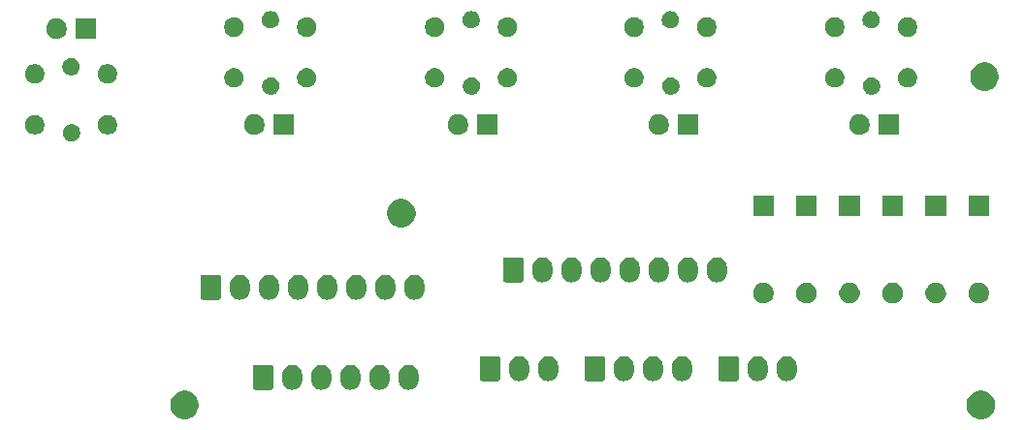
<source format=gbr>
G04 #@! TF.GenerationSoftware,KiCad,Pcbnew,(5.1.5-0-10_14)*
G04 #@! TF.CreationDate,2021-10-24T14:20:49+10:00*
G04 #@! TF.ProjectId,RWR_Control_Panel,5257525f-436f-46e7-9472-6f6c5f50616e,-*
G04 #@! TF.SameCoordinates,Original*
G04 #@! TF.FileFunction,Soldermask,Top*
G04 #@! TF.FilePolarity,Negative*
%FSLAX46Y46*%
G04 Gerber Fmt 4.6, Leading zero omitted, Abs format (unit mm)*
G04 Created by KiCad (PCBNEW (5.1.5-0-10_14)) date 2021-10-24 14:20:49*
%MOMM*%
%LPD*%
G04 APERTURE LIST*
%ADD10C,0.100000*%
G04 APERTURE END LIST*
D10*
G36*
X191848610Y-118718036D02*
G01*
X192076095Y-118812264D01*
X192076097Y-118812265D01*
X192280828Y-118949062D01*
X192454938Y-119123172D01*
X192591736Y-119327905D01*
X192685964Y-119555390D01*
X192734000Y-119796884D01*
X192734000Y-120043116D01*
X192685964Y-120284610D01*
X192591736Y-120512095D01*
X192591735Y-120512097D01*
X192454938Y-120716828D01*
X192280828Y-120890938D01*
X192076097Y-121027735D01*
X192076096Y-121027736D01*
X192076095Y-121027736D01*
X191848610Y-121121964D01*
X191607116Y-121170000D01*
X191360884Y-121170000D01*
X191119390Y-121121964D01*
X190891905Y-121027736D01*
X190891904Y-121027736D01*
X190891903Y-121027735D01*
X190687172Y-120890938D01*
X190513062Y-120716828D01*
X190376265Y-120512097D01*
X190376264Y-120512095D01*
X190282036Y-120284610D01*
X190234000Y-120043116D01*
X190234000Y-119796884D01*
X190282036Y-119555390D01*
X190376264Y-119327905D01*
X190513062Y-119123172D01*
X190687172Y-118949062D01*
X190891903Y-118812265D01*
X190891905Y-118812264D01*
X191119390Y-118718036D01*
X191360884Y-118670000D01*
X191607116Y-118670000D01*
X191848610Y-118718036D01*
G37*
G36*
X122316610Y-118718036D02*
G01*
X122544095Y-118812264D01*
X122544097Y-118812265D01*
X122748828Y-118949062D01*
X122922938Y-119123172D01*
X123059736Y-119327905D01*
X123153964Y-119555390D01*
X123202000Y-119796884D01*
X123202000Y-120043116D01*
X123153964Y-120284610D01*
X123059736Y-120512095D01*
X123059735Y-120512097D01*
X122922938Y-120716828D01*
X122748828Y-120890938D01*
X122544097Y-121027735D01*
X122544096Y-121027736D01*
X122544095Y-121027736D01*
X122316610Y-121121964D01*
X122075116Y-121170000D01*
X121828884Y-121170000D01*
X121587390Y-121121964D01*
X121359905Y-121027736D01*
X121359904Y-121027736D01*
X121359903Y-121027735D01*
X121155172Y-120890938D01*
X120981062Y-120716828D01*
X120844265Y-120512097D01*
X120844264Y-120512095D01*
X120750036Y-120284610D01*
X120702000Y-120043116D01*
X120702000Y-119796884D01*
X120750036Y-119555390D01*
X120844264Y-119327905D01*
X120981062Y-119123172D01*
X121155172Y-118949062D01*
X121359903Y-118812265D01*
X121359905Y-118812264D01*
X121587390Y-118718036D01*
X121828884Y-118670000D01*
X122075116Y-118670000D01*
X122316610Y-118718036D01*
G37*
G36*
X136600547Y-116424588D02*
G01*
X136764547Y-116474337D01*
X136915683Y-116555121D01*
X137048160Y-116663840D01*
X137156879Y-116796317D01*
X137237663Y-116947452D01*
X137287412Y-117111452D01*
X137300000Y-117239262D01*
X137300000Y-117774737D01*
X137287412Y-117902547D01*
X137237663Y-118066548D01*
X137156879Y-118217683D01*
X137048160Y-118350160D01*
X136915683Y-118458879D01*
X136764548Y-118539663D01*
X136600548Y-118589412D01*
X136430000Y-118606209D01*
X136259453Y-118589412D01*
X136095453Y-118539663D01*
X135944318Y-118458879D01*
X135811841Y-118350160D01*
X135703123Y-118217685D01*
X135703122Y-118217683D01*
X135665518Y-118147332D01*
X135622336Y-118066546D01*
X135572588Y-117902548D01*
X135560000Y-117774738D01*
X135560000Y-117239263D01*
X135572588Y-117111453D01*
X135622337Y-116947453D01*
X135703121Y-116796317D01*
X135811840Y-116663840D01*
X135944317Y-116555121D01*
X136095452Y-116474337D01*
X136259452Y-116424588D01*
X136430000Y-116407791D01*
X136600547Y-116424588D01*
G37*
G36*
X139140547Y-116424588D02*
G01*
X139304547Y-116474337D01*
X139455683Y-116555121D01*
X139588160Y-116663840D01*
X139696879Y-116796317D01*
X139777663Y-116947452D01*
X139827412Y-117111452D01*
X139840000Y-117239262D01*
X139840000Y-117774737D01*
X139827412Y-117902547D01*
X139777663Y-118066548D01*
X139696879Y-118217683D01*
X139588160Y-118350160D01*
X139455683Y-118458879D01*
X139304548Y-118539663D01*
X139140548Y-118589412D01*
X138970000Y-118606209D01*
X138799453Y-118589412D01*
X138635453Y-118539663D01*
X138484318Y-118458879D01*
X138351841Y-118350160D01*
X138243123Y-118217685D01*
X138243122Y-118217683D01*
X138205518Y-118147332D01*
X138162336Y-118066546D01*
X138112588Y-117902548D01*
X138100000Y-117774738D01*
X138100000Y-117239263D01*
X138112588Y-117111453D01*
X138162337Y-116947453D01*
X138243121Y-116796317D01*
X138351840Y-116663840D01*
X138484317Y-116555121D01*
X138635452Y-116474337D01*
X138799452Y-116424588D01*
X138970000Y-116407791D01*
X139140547Y-116424588D01*
G37*
G36*
X141680547Y-116424588D02*
G01*
X141844547Y-116474337D01*
X141995683Y-116555121D01*
X142128160Y-116663840D01*
X142236879Y-116796317D01*
X142317663Y-116947452D01*
X142367412Y-117111452D01*
X142380000Y-117239262D01*
X142380000Y-117774737D01*
X142367412Y-117902547D01*
X142317663Y-118066548D01*
X142236879Y-118217683D01*
X142128160Y-118350160D01*
X141995683Y-118458879D01*
X141844548Y-118539663D01*
X141680548Y-118589412D01*
X141510000Y-118606209D01*
X141339453Y-118589412D01*
X141175453Y-118539663D01*
X141024318Y-118458879D01*
X140891841Y-118350160D01*
X140783123Y-118217685D01*
X140783122Y-118217683D01*
X140745518Y-118147332D01*
X140702336Y-118066546D01*
X140652588Y-117902548D01*
X140640000Y-117774738D01*
X140640000Y-117239263D01*
X140652588Y-117111453D01*
X140702337Y-116947453D01*
X140783121Y-116796317D01*
X140891840Y-116663840D01*
X141024317Y-116555121D01*
X141175452Y-116474337D01*
X141339452Y-116424588D01*
X141510000Y-116407791D01*
X141680547Y-116424588D01*
G37*
G36*
X134060547Y-116424588D02*
G01*
X134224547Y-116474337D01*
X134375683Y-116555121D01*
X134508160Y-116663840D01*
X134616879Y-116796317D01*
X134697663Y-116947452D01*
X134747412Y-117111452D01*
X134760000Y-117239262D01*
X134760000Y-117774737D01*
X134747412Y-117902547D01*
X134697663Y-118066548D01*
X134616879Y-118217683D01*
X134508160Y-118350160D01*
X134375683Y-118458879D01*
X134224548Y-118539663D01*
X134060548Y-118589412D01*
X133890000Y-118606209D01*
X133719453Y-118589412D01*
X133555453Y-118539663D01*
X133404318Y-118458879D01*
X133271841Y-118350160D01*
X133163123Y-118217685D01*
X133163122Y-118217683D01*
X133125518Y-118147332D01*
X133082336Y-118066546D01*
X133032588Y-117902548D01*
X133020000Y-117774738D01*
X133020000Y-117239263D01*
X133032588Y-117111453D01*
X133082337Y-116947453D01*
X133163121Y-116796317D01*
X133271840Y-116663840D01*
X133404317Y-116555121D01*
X133555452Y-116474337D01*
X133719452Y-116424588D01*
X133890000Y-116407791D01*
X134060547Y-116424588D01*
G37*
G36*
X131520547Y-116424588D02*
G01*
X131684547Y-116474337D01*
X131835683Y-116555121D01*
X131968160Y-116663840D01*
X132076879Y-116796317D01*
X132157663Y-116947452D01*
X132207412Y-117111452D01*
X132220000Y-117239262D01*
X132220000Y-117774737D01*
X132207412Y-117902547D01*
X132157663Y-118066548D01*
X132076879Y-118217683D01*
X131968160Y-118350160D01*
X131835683Y-118458879D01*
X131684548Y-118539663D01*
X131520548Y-118589412D01*
X131350000Y-118606209D01*
X131179453Y-118589412D01*
X131015453Y-118539663D01*
X130864318Y-118458879D01*
X130731841Y-118350160D01*
X130623123Y-118217685D01*
X130623122Y-118217683D01*
X130585518Y-118147332D01*
X130542336Y-118066546D01*
X130492588Y-117902548D01*
X130480000Y-117774738D01*
X130480000Y-117239263D01*
X130492588Y-117111453D01*
X130542337Y-116947453D01*
X130623121Y-116796317D01*
X130731840Y-116663840D01*
X130864317Y-116555121D01*
X131015452Y-116474337D01*
X131179452Y-116424588D01*
X131350000Y-116407791D01*
X131520547Y-116424588D01*
G37*
G36*
X129550355Y-116415685D02*
G01*
X129580434Y-116424809D01*
X129608146Y-116439622D01*
X129632441Y-116459559D01*
X129652378Y-116483854D01*
X129667191Y-116511566D01*
X129676315Y-116541645D01*
X129680000Y-116579059D01*
X129680000Y-118434941D01*
X129676315Y-118472355D01*
X129667191Y-118502434D01*
X129652378Y-118530146D01*
X129632441Y-118554441D01*
X129608146Y-118574378D01*
X129580434Y-118589191D01*
X129550355Y-118598315D01*
X129512941Y-118602000D01*
X128107059Y-118602000D01*
X128069645Y-118598315D01*
X128039566Y-118589191D01*
X128011854Y-118574378D01*
X127987559Y-118554441D01*
X127967622Y-118530146D01*
X127952809Y-118502434D01*
X127943685Y-118472355D01*
X127940000Y-118434941D01*
X127940000Y-116579059D01*
X127943685Y-116541645D01*
X127952809Y-116511566D01*
X127967622Y-116483854D01*
X127987559Y-116459559D01*
X128011854Y-116439622D01*
X128039566Y-116424809D01*
X128069645Y-116415685D01*
X128107059Y-116412000D01*
X129512941Y-116412000D01*
X129550355Y-116415685D01*
G37*
G36*
X165556547Y-115662588D02*
G01*
X165720547Y-115712337D01*
X165871683Y-115793121D01*
X166004160Y-115901840D01*
X166112879Y-116034317D01*
X166193663Y-116185452D01*
X166243412Y-116349452D01*
X166256000Y-116477262D01*
X166256000Y-117012737D01*
X166243412Y-117140547D01*
X166193663Y-117304548D01*
X166112879Y-117455683D01*
X166004160Y-117588160D01*
X165871683Y-117696879D01*
X165720548Y-117777663D01*
X165556548Y-117827412D01*
X165386000Y-117844209D01*
X165215453Y-117827412D01*
X165051453Y-117777663D01*
X164900318Y-117696879D01*
X164767841Y-117588160D01*
X164659123Y-117455685D01*
X164659122Y-117455683D01*
X164621518Y-117385332D01*
X164578336Y-117304546D01*
X164528588Y-117140548D01*
X164516000Y-117012738D01*
X164516000Y-116477263D01*
X164528588Y-116349453D01*
X164578337Y-116185453D01*
X164659121Y-116034317D01*
X164767840Y-115901840D01*
X164900317Y-115793121D01*
X165051452Y-115712337D01*
X165215452Y-115662588D01*
X165386000Y-115645791D01*
X165556547Y-115662588D01*
G37*
G36*
X163016547Y-115662588D02*
G01*
X163180547Y-115712337D01*
X163331683Y-115793121D01*
X163464160Y-115901840D01*
X163572879Y-116034317D01*
X163653663Y-116185452D01*
X163703412Y-116349452D01*
X163716000Y-116477262D01*
X163716000Y-117012737D01*
X163703412Y-117140547D01*
X163653663Y-117304548D01*
X163572879Y-117455683D01*
X163464160Y-117588160D01*
X163331683Y-117696879D01*
X163180548Y-117777663D01*
X163016548Y-117827412D01*
X162846000Y-117844209D01*
X162675453Y-117827412D01*
X162511453Y-117777663D01*
X162360318Y-117696879D01*
X162227841Y-117588160D01*
X162119123Y-117455685D01*
X162119122Y-117455683D01*
X162081518Y-117385332D01*
X162038336Y-117304546D01*
X161988588Y-117140548D01*
X161976000Y-117012738D01*
X161976000Y-116477263D01*
X161988588Y-116349453D01*
X162038337Y-116185453D01*
X162119121Y-116034317D01*
X162227840Y-115901840D01*
X162360317Y-115793121D01*
X162511452Y-115712337D01*
X162675452Y-115662588D01*
X162846000Y-115645791D01*
X163016547Y-115662588D01*
G37*
G36*
X160476547Y-115662588D02*
G01*
X160640547Y-115712337D01*
X160791683Y-115793121D01*
X160924160Y-115901840D01*
X161032879Y-116034317D01*
X161113663Y-116185452D01*
X161163412Y-116349452D01*
X161176000Y-116477262D01*
X161176000Y-117012737D01*
X161163412Y-117140547D01*
X161113663Y-117304548D01*
X161032879Y-117455683D01*
X160924160Y-117588160D01*
X160791683Y-117696879D01*
X160640548Y-117777663D01*
X160476548Y-117827412D01*
X160306000Y-117844209D01*
X160135453Y-117827412D01*
X159971453Y-117777663D01*
X159820318Y-117696879D01*
X159687841Y-117588160D01*
X159579123Y-117455685D01*
X159579122Y-117455683D01*
X159541518Y-117385332D01*
X159498336Y-117304546D01*
X159448588Y-117140548D01*
X159436000Y-117012738D01*
X159436000Y-116477263D01*
X159448588Y-116349453D01*
X159498337Y-116185453D01*
X159579121Y-116034317D01*
X159687840Y-115901840D01*
X159820317Y-115793121D01*
X159971452Y-115712337D01*
X160135452Y-115662588D01*
X160306000Y-115645791D01*
X160476547Y-115662588D01*
G37*
G36*
X151332547Y-115662588D02*
G01*
X151496547Y-115712337D01*
X151647683Y-115793121D01*
X151780160Y-115901840D01*
X151888879Y-116034317D01*
X151969663Y-116185452D01*
X152019412Y-116349452D01*
X152032000Y-116477262D01*
X152032000Y-117012737D01*
X152019412Y-117140547D01*
X151969663Y-117304548D01*
X151888879Y-117455683D01*
X151780160Y-117588160D01*
X151647683Y-117696879D01*
X151496548Y-117777663D01*
X151332548Y-117827412D01*
X151162000Y-117844209D01*
X150991453Y-117827412D01*
X150827453Y-117777663D01*
X150676318Y-117696879D01*
X150543841Y-117588160D01*
X150435123Y-117455685D01*
X150435122Y-117455683D01*
X150397518Y-117385332D01*
X150354336Y-117304546D01*
X150304588Y-117140548D01*
X150292000Y-117012738D01*
X150292000Y-116477263D01*
X150304588Y-116349453D01*
X150354337Y-116185453D01*
X150435121Y-116034317D01*
X150543840Y-115901840D01*
X150676317Y-115793121D01*
X150827452Y-115712337D01*
X150991452Y-115662588D01*
X151162000Y-115645791D01*
X151332547Y-115662588D01*
G37*
G36*
X153872547Y-115662588D02*
G01*
X154036547Y-115712337D01*
X154187683Y-115793121D01*
X154320160Y-115901840D01*
X154428879Y-116034317D01*
X154509663Y-116185452D01*
X154559412Y-116349452D01*
X154572000Y-116477262D01*
X154572000Y-117012737D01*
X154559412Y-117140547D01*
X154509663Y-117304548D01*
X154428879Y-117455683D01*
X154320160Y-117588160D01*
X154187683Y-117696879D01*
X154036548Y-117777663D01*
X153872548Y-117827412D01*
X153702000Y-117844209D01*
X153531453Y-117827412D01*
X153367453Y-117777663D01*
X153216318Y-117696879D01*
X153083841Y-117588160D01*
X152975123Y-117455685D01*
X152975122Y-117455683D01*
X152937518Y-117385332D01*
X152894336Y-117304546D01*
X152844588Y-117140548D01*
X152832000Y-117012738D01*
X152832000Y-116477263D01*
X152844588Y-116349453D01*
X152894337Y-116185453D01*
X152975121Y-116034317D01*
X153083840Y-115901840D01*
X153216317Y-115793121D01*
X153367452Y-115712337D01*
X153531452Y-115662588D01*
X153702000Y-115645791D01*
X153872547Y-115662588D01*
G37*
G36*
X172160547Y-115662588D02*
G01*
X172324547Y-115712337D01*
X172475683Y-115793121D01*
X172608160Y-115901840D01*
X172716879Y-116034317D01*
X172797663Y-116185452D01*
X172847412Y-116349452D01*
X172860000Y-116477262D01*
X172860000Y-117012737D01*
X172847412Y-117140547D01*
X172797663Y-117304548D01*
X172716879Y-117455683D01*
X172608160Y-117588160D01*
X172475683Y-117696879D01*
X172324548Y-117777663D01*
X172160548Y-117827412D01*
X171990000Y-117844209D01*
X171819453Y-117827412D01*
X171655453Y-117777663D01*
X171504318Y-117696879D01*
X171371841Y-117588160D01*
X171263123Y-117455685D01*
X171263122Y-117455683D01*
X171225518Y-117385332D01*
X171182336Y-117304546D01*
X171132588Y-117140548D01*
X171120000Y-117012738D01*
X171120000Y-116477263D01*
X171132588Y-116349453D01*
X171182337Y-116185453D01*
X171263121Y-116034317D01*
X171371840Y-115901840D01*
X171504317Y-115793121D01*
X171655452Y-115712337D01*
X171819452Y-115662588D01*
X171990000Y-115645791D01*
X172160547Y-115662588D01*
G37*
G36*
X174700547Y-115662588D02*
G01*
X174864547Y-115712337D01*
X175015683Y-115793121D01*
X175148160Y-115901840D01*
X175256879Y-116034317D01*
X175337663Y-116185452D01*
X175387412Y-116349452D01*
X175400000Y-116477262D01*
X175400000Y-117012737D01*
X175387412Y-117140547D01*
X175337663Y-117304548D01*
X175256879Y-117455683D01*
X175148160Y-117588160D01*
X175015683Y-117696879D01*
X174864548Y-117777663D01*
X174700548Y-117827412D01*
X174530000Y-117844209D01*
X174359453Y-117827412D01*
X174195453Y-117777663D01*
X174044318Y-117696879D01*
X173911841Y-117588160D01*
X173803123Y-117455685D01*
X173803122Y-117455683D01*
X173765518Y-117385332D01*
X173722336Y-117304546D01*
X173672588Y-117140548D01*
X173660000Y-117012738D01*
X173660000Y-116477263D01*
X173672588Y-116349453D01*
X173722337Y-116185453D01*
X173803121Y-116034317D01*
X173911840Y-115901840D01*
X174044317Y-115793121D01*
X174195452Y-115712337D01*
X174359452Y-115662588D01*
X174530000Y-115645791D01*
X174700547Y-115662588D01*
G37*
G36*
X149362355Y-115653685D02*
G01*
X149392434Y-115662809D01*
X149420146Y-115677622D01*
X149444441Y-115697559D01*
X149464378Y-115721854D01*
X149479191Y-115749566D01*
X149488315Y-115779645D01*
X149492000Y-115817059D01*
X149492000Y-117672941D01*
X149488315Y-117710355D01*
X149479191Y-117740434D01*
X149464378Y-117768146D01*
X149444441Y-117792441D01*
X149420146Y-117812378D01*
X149392434Y-117827191D01*
X149362355Y-117836315D01*
X149324941Y-117840000D01*
X147919059Y-117840000D01*
X147881645Y-117836315D01*
X147851566Y-117827191D01*
X147823854Y-117812378D01*
X147799559Y-117792441D01*
X147779622Y-117768146D01*
X147764809Y-117740434D01*
X147755685Y-117710355D01*
X147752000Y-117672941D01*
X147752000Y-115817059D01*
X147755685Y-115779645D01*
X147764809Y-115749566D01*
X147779622Y-115721854D01*
X147799559Y-115697559D01*
X147823854Y-115677622D01*
X147851566Y-115662809D01*
X147881645Y-115653685D01*
X147919059Y-115650000D01*
X149324941Y-115650000D01*
X149362355Y-115653685D01*
G37*
G36*
X158506355Y-115653685D02*
G01*
X158536434Y-115662809D01*
X158564146Y-115677622D01*
X158588441Y-115697559D01*
X158608378Y-115721854D01*
X158623191Y-115749566D01*
X158632315Y-115779645D01*
X158636000Y-115817059D01*
X158636000Y-117672941D01*
X158632315Y-117710355D01*
X158623191Y-117740434D01*
X158608378Y-117768146D01*
X158588441Y-117792441D01*
X158564146Y-117812378D01*
X158536434Y-117827191D01*
X158506355Y-117836315D01*
X158468941Y-117840000D01*
X157063059Y-117840000D01*
X157025645Y-117836315D01*
X156995566Y-117827191D01*
X156967854Y-117812378D01*
X156943559Y-117792441D01*
X156923622Y-117768146D01*
X156908809Y-117740434D01*
X156899685Y-117710355D01*
X156896000Y-117672941D01*
X156896000Y-115817059D01*
X156899685Y-115779645D01*
X156908809Y-115749566D01*
X156923622Y-115721854D01*
X156943559Y-115697559D01*
X156967854Y-115677622D01*
X156995566Y-115662809D01*
X157025645Y-115653685D01*
X157063059Y-115650000D01*
X158468941Y-115650000D01*
X158506355Y-115653685D01*
G37*
G36*
X170190355Y-115653685D02*
G01*
X170220434Y-115662809D01*
X170248146Y-115677622D01*
X170272441Y-115697559D01*
X170292378Y-115721854D01*
X170307191Y-115749566D01*
X170316315Y-115779645D01*
X170320000Y-115817059D01*
X170320000Y-117672941D01*
X170316315Y-117710355D01*
X170307191Y-117740434D01*
X170292378Y-117768146D01*
X170272441Y-117792441D01*
X170248146Y-117812378D01*
X170220434Y-117827191D01*
X170190355Y-117836315D01*
X170152941Y-117840000D01*
X168747059Y-117840000D01*
X168709645Y-117836315D01*
X168679566Y-117827191D01*
X168651854Y-117812378D01*
X168627559Y-117792441D01*
X168607622Y-117768146D01*
X168592809Y-117740434D01*
X168583685Y-117710355D01*
X168580000Y-117672941D01*
X168580000Y-115817059D01*
X168583685Y-115779645D01*
X168592809Y-115749566D01*
X168607622Y-115721854D01*
X168627559Y-115697559D01*
X168651854Y-115677622D01*
X168679566Y-115662809D01*
X168709645Y-115653685D01*
X168747059Y-115650000D01*
X170152941Y-115650000D01*
X170190355Y-115653685D01*
G37*
G36*
X180278520Y-109275586D02*
G01*
X180442310Y-109343430D01*
X180589717Y-109441924D01*
X180715076Y-109567283D01*
X180813570Y-109714690D01*
X180813571Y-109714692D01*
X180881414Y-109878480D01*
X180911265Y-110028550D01*
X180916000Y-110052358D01*
X180916000Y-110229642D01*
X180881414Y-110403520D01*
X180813570Y-110567310D01*
X180715076Y-110714717D01*
X180589717Y-110840076D01*
X180442310Y-110938570D01*
X180442309Y-110938571D01*
X180442308Y-110938571D01*
X180278520Y-111006414D01*
X180104644Y-111041000D01*
X179927356Y-111041000D01*
X179753480Y-111006414D01*
X179589692Y-110938571D01*
X179589691Y-110938571D01*
X179589690Y-110938570D01*
X179442283Y-110840076D01*
X179316924Y-110714717D01*
X179218430Y-110567310D01*
X179150586Y-110403520D01*
X179116000Y-110229642D01*
X179116000Y-110052358D01*
X179120736Y-110028550D01*
X179150586Y-109878480D01*
X179218429Y-109714692D01*
X179218430Y-109714690D01*
X179316924Y-109567283D01*
X179442283Y-109441924D01*
X179589690Y-109343430D01*
X179753480Y-109275586D01*
X179927356Y-109241000D01*
X180104644Y-109241000D01*
X180278520Y-109275586D01*
G37*
G36*
X184037520Y-109275586D02*
G01*
X184201310Y-109343430D01*
X184348717Y-109441924D01*
X184474076Y-109567283D01*
X184572570Y-109714690D01*
X184572571Y-109714692D01*
X184640414Y-109878480D01*
X184670265Y-110028550D01*
X184675000Y-110052358D01*
X184675000Y-110229642D01*
X184640414Y-110403520D01*
X184572570Y-110567310D01*
X184474076Y-110714717D01*
X184348717Y-110840076D01*
X184201310Y-110938570D01*
X184201309Y-110938571D01*
X184201308Y-110938571D01*
X184037520Y-111006414D01*
X183863644Y-111041000D01*
X183686356Y-111041000D01*
X183512480Y-111006414D01*
X183348692Y-110938571D01*
X183348691Y-110938571D01*
X183348690Y-110938570D01*
X183201283Y-110840076D01*
X183075924Y-110714717D01*
X182977430Y-110567310D01*
X182909586Y-110403520D01*
X182875000Y-110229642D01*
X182875000Y-110052358D01*
X182879736Y-110028550D01*
X182909586Y-109878480D01*
X182977429Y-109714692D01*
X182977430Y-109714690D01*
X183075924Y-109567283D01*
X183201283Y-109441924D01*
X183348690Y-109343430D01*
X183512480Y-109275586D01*
X183686356Y-109241000D01*
X183863644Y-109241000D01*
X184037520Y-109275586D01*
G37*
G36*
X187797520Y-109275586D02*
G01*
X187961310Y-109343430D01*
X188108717Y-109441924D01*
X188234076Y-109567283D01*
X188332570Y-109714690D01*
X188332571Y-109714692D01*
X188400414Y-109878480D01*
X188430265Y-110028550D01*
X188435000Y-110052358D01*
X188435000Y-110229642D01*
X188400414Y-110403520D01*
X188332570Y-110567310D01*
X188234076Y-110714717D01*
X188108717Y-110840076D01*
X187961310Y-110938570D01*
X187961309Y-110938571D01*
X187961308Y-110938571D01*
X187797520Y-111006414D01*
X187623644Y-111041000D01*
X187446356Y-111041000D01*
X187272480Y-111006414D01*
X187108692Y-110938571D01*
X187108691Y-110938571D01*
X187108690Y-110938570D01*
X186961283Y-110840076D01*
X186835924Y-110714717D01*
X186737430Y-110567310D01*
X186669586Y-110403520D01*
X186635000Y-110229642D01*
X186635000Y-110052358D01*
X186639736Y-110028550D01*
X186669586Y-109878480D01*
X186737429Y-109714692D01*
X186737430Y-109714690D01*
X186835924Y-109567283D01*
X186961283Y-109441924D01*
X187108690Y-109343430D01*
X187272480Y-109275586D01*
X187446356Y-109241000D01*
X187623644Y-109241000D01*
X187797520Y-109275586D01*
G37*
G36*
X191556520Y-109275586D02*
G01*
X191720310Y-109343430D01*
X191867717Y-109441924D01*
X191993076Y-109567283D01*
X192091570Y-109714690D01*
X192091571Y-109714692D01*
X192159414Y-109878480D01*
X192189265Y-110028550D01*
X192194000Y-110052358D01*
X192194000Y-110229642D01*
X192159414Y-110403520D01*
X192091570Y-110567310D01*
X191993076Y-110714717D01*
X191867717Y-110840076D01*
X191720310Y-110938570D01*
X191720309Y-110938571D01*
X191720308Y-110938571D01*
X191556520Y-111006414D01*
X191382644Y-111041000D01*
X191205356Y-111041000D01*
X191031480Y-111006414D01*
X190867692Y-110938571D01*
X190867691Y-110938571D01*
X190867690Y-110938570D01*
X190720283Y-110840076D01*
X190594924Y-110714717D01*
X190496430Y-110567310D01*
X190428586Y-110403520D01*
X190394000Y-110229642D01*
X190394000Y-110052358D01*
X190398736Y-110028550D01*
X190428586Y-109878480D01*
X190496429Y-109714692D01*
X190496430Y-109714690D01*
X190594924Y-109567283D01*
X190720283Y-109441924D01*
X190867690Y-109343430D01*
X191031480Y-109275586D01*
X191205356Y-109241000D01*
X191382644Y-109241000D01*
X191556520Y-109275586D01*
G37*
G36*
X172760520Y-109275586D02*
G01*
X172924310Y-109343430D01*
X173071717Y-109441924D01*
X173197076Y-109567283D01*
X173295570Y-109714690D01*
X173295571Y-109714692D01*
X173363414Y-109878480D01*
X173393265Y-110028550D01*
X173398000Y-110052358D01*
X173398000Y-110229642D01*
X173363414Y-110403520D01*
X173295570Y-110567310D01*
X173197076Y-110714717D01*
X173071717Y-110840076D01*
X172924310Y-110938570D01*
X172924309Y-110938571D01*
X172924308Y-110938571D01*
X172760520Y-111006414D01*
X172586644Y-111041000D01*
X172409356Y-111041000D01*
X172235480Y-111006414D01*
X172071692Y-110938571D01*
X172071691Y-110938571D01*
X172071690Y-110938570D01*
X171924283Y-110840076D01*
X171798924Y-110714717D01*
X171700430Y-110567310D01*
X171632586Y-110403520D01*
X171598000Y-110229642D01*
X171598000Y-110052358D01*
X171602736Y-110028550D01*
X171632586Y-109878480D01*
X171700429Y-109714692D01*
X171700430Y-109714690D01*
X171798924Y-109567283D01*
X171924283Y-109441924D01*
X172071690Y-109343430D01*
X172235480Y-109275586D01*
X172409356Y-109241000D01*
X172586644Y-109241000D01*
X172760520Y-109275586D01*
G37*
G36*
X176519520Y-109275586D02*
G01*
X176683310Y-109343430D01*
X176830717Y-109441924D01*
X176956076Y-109567283D01*
X177054570Y-109714690D01*
X177054571Y-109714692D01*
X177122414Y-109878480D01*
X177152265Y-110028550D01*
X177157000Y-110052358D01*
X177157000Y-110229642D01*
X177122414Y-110403520D01*
X177054570Y-110567310D01*
X176956076Y-110714717D01*
X176830717Y-110840076D01*
X176683310Y-110938570D01*
X176683309Y-110938571D01*
X176683308Y-110938571D01*
X176519520Y-111006414D01*
X176345644Y-111041000D01*
X176168356Y-111041000D01*
X175994480Y-111006414D01*
X175830692Y-110938571D01*
X175830691Y-110938571D01*
X175830690Y-110938570D01*
X175683283Y-110840076D01*
X175557924Y-110714717D01*
X175459430Y-110567310D01*
X175391586Y-110403520D01*
X175357000Y-110229642D01*
X175357000Y-110052358D01*
X175361736Y-110028550D01*
X175391586Y-109878480D01*
X175459429Y-109714692D01*
X175459430Y-109714690D01*
X175557924Y-109567283D01*
X175683283Y-109441924D01*
X175830690Y-109343430D01*
X175994480Y-109275586D01*
X176168356Y-109241000D01*
X176345644Y-109241000D01*
X176519520Y-109275586D01*
G37*
G36*
X126948547Y-108550588D02*
G01*
X127112547Y-108600337D01*
X127263683Y-108681121D01*
X127396160Y-108789840D01*
X127504879Y-108922317D01*
X127585663Y-109073452D01*
X127635412Y-109237452D01*
X127648000Y-109365262D01*
X127648000Y-109900737D01*
X127635412Y-110028547D01*
X127585663Y-110192548D01*
X127504879Y-110343683D01*
X127396160Y-110476160D01*
X127263683Y-110584879D01*
X127112548Y-110665663D01*
X126948548Y-110715412D01*
X126778000Y-110732209D01*
X126607453Y-110715412D01*
X126443453Y-110665663D01*
X126292318Y-110584879D01*
X126159841Y-110476160D01*
X126051123Y-110343685D01*
X126051122Y-110343683D01*
X125990165Y-110229642D01*
X125970336Y-110192546D01*
X125920588Y-110028548D01*
X125908000Y-109900738D01*
X125908000Y-109365263D01*
X125920588Y-109237453D01*
X125970337Y-109073453D01*
X126051121Y-108922317D01*
X126159840Y-108789840D01*
X126292317Y-108681121D01*
X126443452Y-108600337D01*
X126607452Y-108550588D01*
X126778000Y-108533791D01*
X126948547Y-108550588D01*
G37*
G36*
X129488547Y-108550588D02*
G01*
X129652547Y-108600337D01*
X129803683Y-108681121D01*
X129936160Y-108789840D01*
X130044879Y-108922317D01*
X130125663Y-109073452D01*
X130175412Y-109237452D01*
X130188000Y-109365262D01*
X130188000Y-109900737D01*
X130175412Y-110028547D01*
X130125663Y-110192548D01*
X130044879Y-110343683D01*
X129936160Y-110476160D01*
X129803683Y-110584879D01*
X129652548Y-110665663D01*
X129488548Y-110715412D01*
X129318000Y-110732209D01*
X129147453Y-110715412D01*
X128983453Y-110665663D01*
X128832318Y-110584879D01*
X128699841Y-110476160D01*
X128591123Y-110343685D01*
X128591122Y-110343683D01*
X128530165Y-110229642D01*
X128510336Y-110192546D01*
X128460588Y-110028548D01*
X128448000Y-109900738D01*
X128448000Y-109365263D01*
X128460588Y-109237453D01*
X128510337Y-109073453D01*
X128591121Y-108922317D01*
X128699840Y-108789840D01*
X128832317Y-108681121D01*
X128983452Y-108600337D01*
X129147452Y-108550588D01*
X129318000Y-108533791D01*
X129488547Y-108550588D01*
G37*
G36*
X132028547Y-108550588D02*
G01*
X132192547Y-108600337D01*
X132343683Y-108681121D01*
X132476160Y-108789840D01*
X132584879Y-108922317D01*
X132665663Y-109073452D01*
X132715412Y-109237452D01*
X132728000Y-109365262D01*
X132728000Y-109900737D01*
X132715412Y-110028547D01*
X132665663Y-110192548D01*
X132584879Y-110343683D01*
X132476160Y-110476160D01*
X132343683Y-110584879D01*
X132192548Y-110665663D01*
X132028548Y-110715412D01*
X131858000Y-110732209D01*
X131687453Y-110715412D01*
X131523453Y-110665663D01*
X131372318Y-110584879D01*
X131239841Y-110476160D01*
X131131123Y-110343685D01*
X131131122Y-110343683D01*
X131070165Y-110229642D01*
X131050336Y-110192546D01*
X131000588Y-110028548D01*
X130988000Y-109900738D01*
X130988000Y-109365263D01*
X131000588Y-109237453D01*
X131050337Y-109073453D01*
X131131121Y-108922317D01*
X131239840Y-108789840D01*
X131372317Y-108681121D01*
X131523452Y-108600337D01*
X131687452Y-108550588D01*
X131858000Y-108533791D01*
X132028547Y-108550588D01*
G37*
G36*
X134568547Y-108550588D02*
G01*
X134732547Y-108600337D01*
X134883683Y-108681121D01*
X135016160Y-108789840D01*
X135124879Y-108922317D01*
X135205663Y-109073452D01*
X135255412Y-109237452D01*
X135268000Y-109365262D01*
X135268000Y-109900737D01*
X135255412Y-110028547D01*
X135205663Y-110192548D01*
X135124879Y-110343683D01*
X135016160Y-110476160D01*
X134883683Y-110584879D01*
X134732548Y-110665663D01*
X134568548Y-110715412D01*
X134398000Y-110732209D01*
X134227453Y-110715412D01*
X134063453Y-110665663D01*
X133912318Y-110584879D01*
X133779841Y-110476160D01*
X133671123Y-110343685D01*
X133671122Y-110343683D01*
X133610165Y-110229642D01*
X133590336Y-110192546D01*
X133540588Y-110028548D01*
X133528000Y-109900738D01*
X133528000Y-109365263D01*
X133540588Y-109237453D01*
X133590337Y-109073453D01*
X133671121Y-108922317D01*
X133779840Y-108789840D01*
X133912317Y-108681121D01*
X134063452Y-108600337D01*
X134227452Y-108550588D01*
X134398000Y-108533791D01*
X134568547Y-108550588D01*
G37*
G36*
X137108547Y-108550588D02*
G01*
X137272547Y-108600337D01*
X137423683Y-108681121D01*
X137556160Y-108789840D01*
X137664879Y-108922317D01*
X137745663Y-109073452D01*
X137795412Y-109237452D01*
X137808000Y-109365262D01*
X137808000Y-109900737D01*
X137795412Y-110028547D01*
X137745663Y-110192548D01*
X137664879Y-110343683D01*
X137556160Y-110476160D01*
X137423683Y-110584879D01*
X137272548Y-110665663D01*
X137108548Y-110715412D01*
X136938000Y-110732209D01*
X136767453Y-110715412D01*
X136603453Y-110665663D01*
X136452318Y-110584879D01*
X136319841Y-110476160D01*
X136211123Y-110343685D01*
X136211122Y-110343683D01*
X136150165Y-110229642D01*
X136130336Y-110192546D01*
X136080588Y-110028548D01*
X136068000Y-109900738D01*
X136068000Y-109365263D01*
X136080588Y-109237453D01*
X136130337Y-109073453D01*
X136211121Y-108922317D01*
X136319840Y-108789840D01*
X136452317Y-108681121D01*
X136603452Y-108600337D01*
X136767452Y-108550588D01*
X136938000Y-108533791D01*
X137108547Y-108550588D01*
G37*
G36*
X139648547Y-108550588D02*
G01*
X139812547Y-108600337D01*
X139963683Y-108681121D01*
X140096160Y-108789840D01*
X140204879Y-108922317D01*
X140285663Y-109073452D01*
X140335412Y-109237452D01*
X140348000Y-109365262D01*
X140348000Y-109900737D01*
X140335412Y-110028547D01*
X140285663Y-110192548D01*
X140204879Y-110343683D01*
X140096160Y-110476160D01*
X139963683Y-110584879D01*
X139812548Y-110665663D01*
X139648548Y-110715412D01*
X139478000Y-110732209D01*
X139307453Y-110715412D01*
X139143453Y-110665663D01*
X138992318Y-110584879D01*
X138859841Y-110476160D01*
X138751123Y-110343685D01*
X138751122Y-110343683D01*
X138690165Y-110229642D01*
X138670336Y-110192546D01*
X138620588Y-110028548D01*
X138608000Y-109900738D01*
X138608000Y-109365263D01*
X138620588Y-109237453D01*
X138670337Y-109073453D01*
X138751121Y-108922317D01*
X138859840Y-108789840D01*
X138992317Y-108681121D01*
X139143452Y-108600337D01*
X139307452Y-108550588D01*
X139478000Y-108533791D01*
X139648547Y-108550588D01*
G37*
G36*
X142188547Y-108550588D02*
G01*
X142352547Y-108600337D01*
X142503683Y-108681121D01*
X142636160Y-108789840D01*
X142744879Y-108922317D01*
X142825663Y-109073452D01*
X142875412Y-109237452D01*
X142888000Y-109365262D01*
X142888000Y-109900737D01*
X142875412Y-110028547D01*
X142825663Y-110192548D01*
X142744879Y-110343683D01*
X142636160Y-110476160D01*
X142503683Y-110584879D01*
X142352548Y-110665663D01*
X142188548Y-110715412D01*
X142018000Y-110732209D01*
X141847453Y-110715412D01*
X141683453Y-110665663D01*
X141532318Y-110584879D01*
X141399841Y-110476160D01*
X141291123Y-110343685D01*
X141291122Y-110343683D01*
X141230165Y-110229642D01*
X141210336Y-110192546D01*
X141160588Y-110028548D01*
X141148000Y-109900738D01*
X141148000Y-109365263D01*
X141160588Y-109237453D01*
X141210337Y-109073453D01*
X141291121Y-108922317D01*
X141399840Y-108789840D01*
X141532317Y-108681121D01*
X141683452Y-108600337D01*
X141847452Y-108550588D01*
X142018000Y-108533791D01*
X142188547Y-108550588D01*
G37*
G36*
X124978355Y-108541685D02*
G01*
X125008434Y-108550809D01*
X125036146Y-108565622D01*
X125060441Y-108585559D01*
X125080378Y-108609854D01*
X125095191Y-108637566D01*
X125104315Y-108667645D01*
X125108000Y-108705059D01*
X125108000Y-110560941D01*
X125104315Y-110598355D01*
X125095191Y-110628434D01*
X125080378Y-110656146D01*
X125060441Y-110680441D01*
X125036146Y-110700378D01*
X125008434Y-110715191D01*
X124978355Y-110724315D01*
X124940941Y-110728000D01*
X123535059Y-110728000D01*
X123497645Y-110724315D01*
X123467566Y-110715191D01*
X123439854Y-110700378D01*
X123415559Y-110680441D01*
X123395622Y-110656146D01*
X123380809Y-110628434D01*
X123371685Y-110598355D01*
X123368000Y-110560941D01*
X123368000Y-108705059D01*
X123371685Y-108667645D01*
X123380809Y-108637566D01*
X123395622Y-108609854D01*
X123415559Y-108585559D01*
X123439854Y-108565622D01*
X123467566Y-108550809D01*
X123497645Y-108541685D01*
X123535059Y-108538000D01*
X124940941Y-108538000D01*
X124978355Y-108541685D01*
G37*
G36*
X168604547Y-107026588D02*
G01*
X168768547Y-107076337D01*
X168919683Y-107157121D01*
X169052160Y-107265840D01*
X169160879Y-107398317D01*
X169241663Y-107549452D01*
X169291412Y-107713452D01*
X169304000Y-107841262D01*
X169304000Y-108376737D01*
X169291412Y-108504547D01*
X169241663Y-108668548D01*
X169160879Y-108819683D01*
X169052160Y-108952160D01*
X168919683Y-109060879D01*
X168768548Y-109141663D01*
X168604548Y-109191412D01*
X168434000Y-109208209D01*
X168263453Y-109191412D01*
X168099453Y-109141663D01*
X167948318Y-109060879D01*
X167815841Y-108952160D01*
X167707123Y-108819685D01*
X167707122Y-108819683D01*
X167669518Y-108749332D01*
X167626336Y-108668546D01*
X167576588Y-108504548D01*
X167564000Y-108376738D01*
X167564000Y-107841263D01*
X167576588Y-107713453D01*
X167626337Y-107549453D01*
X167707121Y-107398317D01*
X167815840Y-107265840D01*
X167948317Y-107157121D01*
X168099452Y-107076337D01*
X168263452Y-107026588D01*
X168434000Y-107009791D01*
X168604547Y-107026588D01*
G37*
G36*
X153364547Y-107026588D02*
G01*
X153528547Y-107076337D01*
X153679683Y-107157121D01*
X153812160Y-107265840D01*
X153920879Y-107398317D01*
X154001663Y-107549452D01*
X154051412Y-107713452D01*
X154064000Y-107841262D01*
X154064000Y-108376737D01*
X154051412Y-108504547D01*
X154001663Y-108668548D01*
X153920879Y-108819683D01*
X153812160Y-108952160D01*
X153679683Y-109060879D01*
X153528548Y-109141663D01*
X153364548Y-109191412D01*
X153194000Y-109208209D01*
X153023453Y-109191412D01*
X152859453Y-109141663D01*
X152708318Y-109060879D01*
X152575841Y-108952160D01*
X152467123Y-108819685D01*
X152467122Y-108819683D01*
X152429518Y-108749332D01*
X152386336Y-108668546D01*
X152336588Y-108504548D01*
X152324000Y-108376738D01*
X152324000Y-107841263D01*
X152336588Y-107713453D01*
X152386337Y-107549453D01*
X152467121Y-107398317D01*
X152575840Y-107265840D01*
X152708317Y-107157121D01*
X152859452Y-107076337D01*
X153023452Y-107026588D01*
X153194000Y-107009791D01*
X153364547Y-107026588D01*
G37*
G36*
X155904547Y-107026588D02*
G01*
X156068547Y-107076337D01*
X156219683Y-107157121D01*
X156352160Y-107265840D01*
X156460879Y-107398317D01*
X156541663Y-107549452D01*
X156591412Y-107713452D01*
X156604000Y-107841262D01*
X156604000Y-108376737D01*
X156591412Y-108504547D01*
X156541663Y-108668548D01*
X156460879Y-108819683D01*
X156352160Y-108952160D01*
X156219683Y-109060879D01*
X156068548Y-109141663D01*
X155904548Y-109191412D01*
X155734000Y-109208209D01*
X155563453Y-109191412D01*
X155399453Y-109141663D01*
X155248318Y-109060879D01*
X155115841Y-108952160D01*
X155007123Y-108819685D01*
X155007122Y-108819683D01*
X154969518Y-108749332D01*
X154926336Y-108668546D01*
X154876588Y-108504548D01*
X154864000Y-108376738D01*
X154864000Y-107841263D01*
X154876588Y-107713453D01*
X154926337Y-107549453D01*
X155007121Y-107398317D01*
X155115840Y-107265840D01*
X155248317Y-107157121D01*
X155399452Y-107076337D01*
X155563452Y-107026588D01*
X155734000Y-107009791D01*
X155904547Y-107026588D01*
G37*
G36*
X158444547Y-107026588D02*
G01*
X158608547Y-107076337D01*
X158759683Y-107157121D01*
X158892160Y-107265840D01*
X159000879Y-107398317D01*
X159081663Y-107549452D01*
X159131412Y-107713452D01*
X159144000Y-107841262D01*
X159144000Y-108376737D01*
X159131412Y-108504547D01*
X159081663Y-108668548D01*
X159000879Y-108819683D01*
X158892160Y-108952160D01*
X158759683Y-109060879D01*
X158608548Y-109141663D01*
X158444548Y-109191412D01*
X158274000Y-109208209D01*
X158103453Y-109191412D01*
X157939453Y-109141663D01*
X157788318Y-109060879D01*
X157655841Y-108952160D01*
X157547123Y-108819685D01*
X157547122Y-108819683D01*
X157509518Y-108749332D01*
X157466336Y-108668546D01*
X157416588Y-108504548D01*
X157404000Y-108376738D01*
X157404000Y-107841263D01*
X157416588Y-107713453D01*
X157466337Y-107549453D01*
X157547121Y-107398317D01*
X157655840Y-107265840D01*
X157788317Y-107157121D01*
X157939452Y-107076337D01*
X158103452Y-107026588D01*
X158274000Y-107009791D01*
X158444547Y-107026588D01*
G37*
G36*
X160984547Y-107026588D02*
G01*
X161148547Y-107076337D01*
X161299683Y-107157121D01*
X161432160Y-107265840D01*
X161540879Y-107398317D01*
X161621663Y-107549452D01*
X161671412Y-107713452D01*
X161684000Y-107841262D01*
X161684000Y-108376737D01*
X161671412Y-108504547D01*
X161621663Y-108668548D01*
X161540879Y-108819683D01*
X161432160Y-108952160D01*
X161299683Y-109060879D01*
X161148548Y-109141663D01*
X160984548Y-109191412D01*
X160814000Y-109208209D01*
X160643453Y-109191412D01*
X160479453Y-109141663D01*
X160328318Y-109060879D01*
X160195841Y-108952160D01*
X160087123Y-108819685D01*
X160087122Y-108819683D01*
X160049518Y-108749332D01*
X160006336Y-108668546D01*
X159956588Y-108504548D01*
X159944000Y-108376738D01*
X159944000Y-107841263D01*
X159956588Y-107713453D01*
X160006337Y-107549453D01*
X160087121Y-107398317D01*
X160195840Y-107265840D01*
X160328317Y-107157121D01*
X160479452Y-107076337D01*
X160643452Y-107026588D01*
X160814000Y-107009791D01*
X160984547Y-107026588D01*
G37*
G36*
X163524547Y-107026588D02*
G01*
X163688547Y-107076337D01*
X163839683Y-107157121D01*
X163972160Y-107265840D01*
X164080879Y-107398317D01*
X164161663Y-107549452D01*
X164211412Y-107713452D01*
X164224000Y-107841262D01*
X164224000Y-108376737D01*
X164211412Y-108504547D01*
X164161663Y-108668548D01*
X164080879Y-108819683D01*
X163972160Y-108952160D01*
X163839683Y-109060879D01*
X163688548Y-109141663D01*
X163524548Y-109191412D01*
X163354000Y-109208209D01*
X163183453Y-109191412D01*
X163019453Y-109141663D01*
X162868318Y-109060879D01*
X162735841Y-108952160D01*
X162627123Y-108819685D01*
X162627122Y-108819683D01*
X162589518Y-108749332D01*
X162546336Y-108668546D01*
X162496588Y-108504548D01*
X162484000Y-108376738D01*
X162484000Y-107841263D01*
X162496588Y-107713453D01*
X162546337Y-107549453D01*
X162627121Y-107398317D01*
X162735840Y-107265840D01*
X162868317Y-107157121D01*
X163019452Y-107076337D01*
X163183452Y-107026588D01*
X163354000Y-107009791D01*
X163524547Y-107026588D01*
G37*
G36*
X166064547Y-107026588D02*
G01*
X166228547Y-107076337D01*
X166379683Y-107157121D01*
X166512160Y-107265840D01*
X166620879Y-107398317D01*
X166701663Y-107549452D01*
X166751412Y-107713452D01*
X166764000Y-107841262D01*
X166764000Y-108376737D01*
X166751412Y-108504547D01*
X166701663Y-108668548D01*
X166620879Y-108819683D01*
X166512160Y-108952160D01*
X166379683Y-109060879D01*
X166228548Y-109141663D01*
X166064548Y-109191412D01*
X165894000Y-109208209D01*
X165723453Y-109191412D01*
X165559453Y-109141663D01*
X165408318Y-109060879D01*
X165275841Y-108952160D01*
X165167123Y-108819685D01*
X165167122Y-108819683D01*
X165129518Y-108749332D01*
X165086336Y-108668546D01*
X165036588Y-108504548D01*
X165024000Y-108376738D01*
X165024000Y-107841263D01*
X165036588Y-107713453D01*
X165086337Y-107549453D01*
X165167121Y-107398317D01*
X165275840Y-107265840D01*
X165408317Y-107157121D01*
X165559452Y-107076337D01*
X165723452Y-107026588D01*
X165894000Y-107009791D01*
X166064547Y-107026588D01*
G37*
G36*
X151394355Y-107017685D02*
G01*
X151424434Y-107026809D01*
X151452146Y-107041622D01*
X151476441Y-107061559D01*
X151496378Y-107085854D01*
X151511191Y-107113566D01*
X151520315Y-107143645D01*
X151524000Y-107181059D01*
X151524000Y-109036941D01*
X151520315Y-109074355D01*
X151511191Y-109104434D01*
X151496378Y-109132146D01*
X151476441Y-109156441D01*
X151452146Y-109176378D01*
X151424434Y-109191191D01*
X151394355Y-109200315D01*
X151356941Y-109204000D01*
X149951059Y-109204000D01*
X149913645Y-109200315D01*
X149883566Y-109191191D01*
X149855854Y-109176378D01*
X149831559Y-109156441D01*
X149811622Y-109132146D01*
X149796809Y-109104434D01*
X149787685Y-109074355D01*
X149784000Y-109036941D01*
X149784000Y-107181059D01*
X149787685Y-107143645D01*
X149796809Y-107113566D01*
X149811622Y-107085854D01*
X149831559Y-107061559D01*
X149855854Y-107041622D01*
X149883566Y-107026809D01*
X149913645Y-107017685D01*
X149951059Y-107014000D01*
X151356941Y-107014000D01*
X151394355Y-107017685D01*
G37*
G36*
X141239610Y-101954036D02*
G01*
X141467095Y-102048264D01*
X141467097Y-102048265D01*
X141671828Y-102185062D01*
X141845938Y-102359172D01*
X141982736Y-102563905D01*
X142076964Y-102791390D01*
X142125000Y-103032884D01*
X142125000Y-103279116D01*
X142076964Y-103520610D01*
X141982736Y-103748095D01*
X141982735Y-103748097D01*
X141845938Y-103952828D01*
X141671828Y-104126938D01*
X141467097Y-104263735D01*
X141467096Y-104263736D01*
X141467095Y-104263736D01*
X141239610Y-104357964D01*
X140998116Y-104406000D01*
X140751884Y-104406000D01*
X140510390Y-104357964D01*
X140282905Y-104263736D01*
X140282904Y-104263736D01*
X140282903Y-104263735D01*
X140078172Y-104126938D01*
X139904062Y-103952828D01*
X139767265Y-103748097D01*
X139767264Y-103748095D01*
X139673036Y-103520610D01*
X139625000Y-103279116D01*
X139625000Y-103032884D01*
X139673036Y-102791390D01*
X139767264Y-102563905D01*
X139904062Y-102359172D01*
X140078172Y-102185062D01*
X140282903Y-102048265D01*
X140282905Y-102048264D01*
X140510390Y-101954036D01*
X140751884Y-101906000D01*
X140998116Y-101906000D01*
X141239610Y-101954036D01*
G37*
G36*
X188435000Y-103421000D02*
G01*
X186635000Y-103421000D01*
X186635000Y-101621000D01*
X188435000Y-101621000D01*
X188435000Y-103421000D01*
G37*
G36*
X184675000Y-103421000D02*
G01*
X182875000Y-103421000D01*
X182875000Y-101621000D01*
X184675000Y-101621000D01*
X184675000Y-103421000D01*
G37*
G36*
X192194000Y-103421000D02*
G01*
X190394000Y-103421000D01*
X190394000Y-101621000D01*
X192194000Y-101621000D01*
X192194000Y-103421000D01*
G37*
G36*
X180916000Y-103421000D02*
G01*
X179116000Y-103421000D01*
X179116000Y-101621000D01*
X180916000Y-101621000D01*
X180916000Y-103421000D01*
G37*
G36*
X173398000Y-103421000D02*
G01*
X171598000Y-103421000D01*
X171598000Y-101621000D01*
X173398000Y-101621000D01*
X173398000Y-103421000D01*
G37*
G36*
X177157000Y-103421000D02*
G01*
X175357000Y-103421000D01*
X175357000Y-101621000D01*
X177157000Y-101621000D01*
X177157000Y-103421000D01*
G37*
G36*
X112259195Y-95395322D02*
G01*
X112308267Y-95405083D01*
X112446942Y-95462524D01*
X112571747Y-95545916D01*
X112677884Y-95652053D01*
X112761276Y-95776858D01*
X112818717Y-95915533D01*
X112848000Y-96062750D01*
X112848000Y-96212850D01*
X112818717Y-96360067D01*
X112761276Y-96498742D01*
X112677884Y-96623547D01*
X112571747Y-96729684D01*
X112446942Y-96813076D01*
X112308267Y-96870517D01*
X112259195Y-96880278D01*
X112161052Y-96899800D01*
X112010948Y-96899800D01*
X111912805Y-96880278D01*
X111863733Y-96870517D01*
X111725058Y-96813076D01*
X111600253Y-96729684D01*
X111494116Y-96623547D01*
X111410724Y-96498742D01*
X111353283Y-96360067D01*
X111324000Y-96212850D01*
X111324000Y-96062750D01*
X111353283Y-95915533D01*
X111410724Y-95776858D01*
X111494116Y-95652053D01*
X111600253Y-95545916D01*
X111725058Y-95462524D01*
X111863733Y-95405083D01*
X111912805Y-95395322D01*
X112010948Y-95375800D01*
X112161052Y-95375800D01*
X112259195Y-95395322D01*
G37*
G36*
X146090520Y-94543386D02*
G01*
X146250047Y-94609464D01*
X146254310Y-94611230D01*
X146401717Y-94709724D01*
X146527076Y-94835083D01*
X146625570Y-94982490D01*
X146625571Y-94982492D01*
X146693414Y-95146280D01*
X146728000Y-95320156D01*
X146728000Y-95497444D01*
X146693414Y-95671320D01*
X146627925Y-95829426D01*
X146625570Y-95835110D01*
X146527076Y-95982517D01*
X146401717Y-96107876D01*
X146254310Y-96206370D01*
X146254309Y-96206371D01*
X146254308Y-96206371D01*
X146090520Y-96274214D01*
X145916644Y-96308800D01*
X145739356Y-96308800D01*
X145565480Y-96274214D01*
X145401692Y-96206371D01*
X145401691Y-96206371D01*
X145401690Y-96206370D01*
X145254283Y-96107876D01*
X145128924Y-95982517D01*
X145030430Y-95835110D01*
X145028076Y-95829426D01*
X144962586Y-95671320D01*
X144928000Y-95497444D01*
X144928000Y-95320156D01*
X144962586Y-95146280D01*
X145030429Y-94982492D01*
X145030430Y-94982490D01*
X145128924Y-94835083D01*
X145254283Y-94709724D01*
X145401690Y-94611230D01*
X145405954Y-94609464D01*
X145565480Y-94543386D01*
X145739356Y-94508800D01*
X145916644Y-94508800D01*
X146090520Y-94543386D01*
G37*
G36*
X184320000Y-96308800D02*
G01*
X182520000Y-96308800D01*
X182520000Y-94508800D01*
X184320000Y-94508800D01*
X184320000Y-96308800D01*
G37*
G36*
X128310520Y-94543386D02*
G01*
X128470047Y-94609464D01*
X128474310Y-94611230D01*
X128621717Y-94709724D01*
X128747076Y-94835083D01*
X128845570Y-94982490D01*
X128845571Y-94982492D01*
X128913414Y-95146280D01*
X128948000Y-95320156D01*
X128948000Y-95497444D01*
X128913414Y-95671320D01*
X128847925Y-95829426D01*
X128845570Y-95835110D01*
X128747076Y-95982517D01*
X128621717Y-96107876D01*
X128474310Y-96206370D01*
X128474309Y-96206371D01*
X128474308Y-96206371D01*
X128310520Y-96274214D01*
X128136644Y-96308800D01*
X127959356Y-96308800D01*
X127785480Y-96274214D01*
X127621692Y-96206371D01*
X127621691Y-96206371D01*
X127621690Y-96206370D01*
X127474283Y-96107876D01*
X127348924Y-95982517D01*
X127250430Y-95835110D01*
X127248076Y-95829426D01*
X127182586Y-95671320D01*
X127148000Y-95497444D01*
X127148000Y-95320156D01*
X127182586Y-95146280D01*
X127250429Y-94982492D01*
X127250430Y-94982490D01*
X127348924Y-94835083D01*
X127474283Y-94709724D01*
X127621690Y-94611230D01*
X127625954Y-94609464D01*
X127785480Y-94543386D01*
X127959356Y-94508800D01*
X128136644Y-94508800D01*
X128310520Y-94543386D01*
G37*
G36*
X131488000Y-96308800D02*
G01*
X129688000Y-96308800D01*
X129688000Y-94508800D01*
X131488000Y-94508800D01*
X131488000Y-96308800D01*
G37*
G36*
X149268000Y-96308800D02*
G01*
X147468000Y-96308800D01*
X147468000Y-94508800D01*
X149268000Y-94508800D01*
X149268000Y-96308800D01*
G37*
G36*
X163616520Y-94543386D02*
G01*
X163776047Y-94609464D01*
X163780310Y-94611230D01*
X163927717Y-94709724D01*
X164053076Y-94835083D01*
X164151570Y-94982490D01*
X164151571Y-94982492D01*
X164219414Y-95146280D01*
X164254000Y-95320156D01*
X164254000Y-95497444D01*
X164219414Y-95671320D01*
X164153925Y-95829426D01*
X164151570Y-95835110D01*
X164053076Y-95982517D01*
X163927717Y-96107876D01*
X163780310Y-96206370D01*
X163780309Y-96206371D01*
X163780308Y-96206371D01*
X163616520Y-96274214D01*
X163442644Y-96308800D01*
X163265356Y-96308800D01*
X163091480Y-96274214D01*
X162927692Y-96206371D01*
X162927691Y-96206371D01*
X162927690Y-96206370D01*
X162780283Y-96107876D01*
X162654924Y-95982517D01*
X162556430Y-95835110D01*
X162554076Y-95829426D01*
X162488586Y-95671320D01*
X162454000Y-95497444D01*
X162454000Y-95320156D01*
X162488586Y-95146280D01*
X162556429Y-94982492D01*
X162556430Y-94982490D01*
X162654924Y-94835083D01*
X162780283Y-94709724D01*
X162927690Y-94611230D01*
X162931954Y-94609464D01*
X163091480Y-94543386D01*
X163265356Y-94508800D01*
X163442644Y-94508800D01*
X163616520Y-94543386D01*
G37*
G36*
X166794000Y-96308800D02*
G01*
X164994000Y-96308800D01*
X164994000Y-94508800D01*
X166794000Y-94508800D01*
X166794000Y-96308800D01*
G37*
G36*
X181142520Y-94543386D02*
G01*
X181302047Y-94609464D01*
X181306310Y-94611230D01*
X181453717Y-94709724D01*
X181579076Y-94835083D01*
X181677570Y-94982490D01*
X181677571Y-94982492D01*
X181745414Y-95146280D01*
X181780000Y-95320156D01*
X181780000Y-95497444D01*
X181745414Y-95671320D01*
X181679925Y-95829426D01*
X181677570Y-95835110D01*
X181579076Y-95982517D01*
X181453717Y-96107876D01*
X181306310Y-96206370D01*
X181306309Y-96206371D01*
X181306308Y-96206371D01*
X181142520Y-96274214D01*
X180968644Y-96308800D01*
X180791356Y-96308800D01*
X180617480Y-96274214D01*
X180453692Y-96206371D01*
X180453691Y-96206371D01*
X180453690Y-96206370D01*
X180306283Y-96107876D01*
X180180924Y-95982517D01*
X180082430Y-95835110D01*
X180080076Y-95829426D01*
X180014586Y-95671320D01*
X179980000Y-95497444D01*
X179980000Y-95320156D01*
X180014586Y-95146280D01*
X180082429Y-94982492D01*
X180082430Y-94982490D01*
X180180924Y-94835083D01*
X180306283Y-94709724D01*
X180453690Y-94611230D01*
X180457954Y-94609464D01*
X180617480Y-94543386D01*
X180791356Y-94508800D01*
X180968644Y-94508800D01*
X181142520Y-94543386D01*
G37*
G36*
X109118935Y-94609464D02*
G01*
X109273624Y-94673539D01*
X109273626Y-94673540D01*
X109412844Y-94766562D01*
X109531238Y-94884956D01*
X109596409Y-94982492D01*
X109624261Y-95024176D01*
X109688336Y-95178865D01*
X109721000Y-95343081D01*
X109721000Y-95510519D01*
X109688336Y-95674735D01*
X109646034Y-95776859D01*
X109624260Y-95829426D01*
X109531238Y-95968644D01*
X109412844Y-96087038D01*
X109273626Y-96180060D01*
X109273625Y-96180061D01*
X109273624Y-96180061D01*
X109118935Y-96244136D01*
X108954719Y-96276800D01*
X108787281Y-96276800D01*
X108623065Y-96244136D01*
X108468376Y-96180061D01*
X108468375Y-96180061D01*
X108468374Y-96180060D01*
X108329156Y-96087038D01*
X108210762Y-95968644D01*
X108117740Y-95829426D01*
X108095966Y-95776859D01*
X108053664Y-95674735D01*
X108021000Y-95510519D01*
X108021000Y-95343081D01*
X108053664Y-95178865D01*
X108117739Y-95024176D01*
X108145591Y-94982492D01*
X108210762Y-94884956D01*
X108329156Y-94766562D01*
X108468374Y-94673540D01*
X108468376Y-94673539D01*
X108623065Y-94609464D01*
X108787281Y-94576800D01*
X108954719Y-94576800D01*
X109118935Y-94609464D01*
G37*
G36*
X115468935Y-94609464D02*
G01*
X115623624Y-94673539D01*
X115623626Y-94673540D01*
X115762844Y-94766562D01*
X115881238Y-94884956D01*
X115946409Y-94982492D01*
X115974261Y-95024176D01*
X116038336Y-95178865D01*
X116071000Y-95343081D01*
X116071000Y-95510519D01*
X116038336Y-95674735D01*
X115996034Y-95776859D01*
X115974260Y-95829426D01*
X115881238Y-95968644D01*
X115762844Y-96087038D01*
X115623626Y-96180060D01*
X115623625Y-96180061D01*
X115623624Y-96180061D01*
X115468935Y-96244136D01*
X115304719Y-96276800D01*
X115137281Y-96276800D01*
X114973065Y-96244136D01*
X114818376Y-96180061D01*
X114818375Y-96180061D01*
X114818374Y-96180060D01*
X114679156Y-96087038D01*
X114560762Y-95968644D01*
X114467740Y-95829426D01*
X114445966Y-95776859D01*
X114403664Y-95674735D01*
X114371000Y-95510519D01*
X114371000Y-95343081D01*
X114403664Y-95178865D01*
X114467739Y-95024176D01*
X114495591Y-94982492D01*
X114560762Y-94884956D01*
X114679156Y-94766562D01*
X114818374Y-94673540D01*
X114818376Y-94673539D01*
X114973065Y-94609464D01*
X115137281Y-94576800D01*
X115304719Y-94576800D01*
X115468935Y-94609464D01*
G37*
G36*
X129658195Y-91295322D02*
G01*
X129707267Y-91305083D01*
X129845942Y-91362524D01*
X129970747Y-91445916D01*
X130076884Y-91552053D01*
X130160276Y-91676858D01*
X130217717Y-91815533D01*
X130247000Y-91962750D01*
X130247000Y-92112850D01*
X130217717Y-92260067D01*
X130160276Y-92398742D01*
X130076884Y-92523547D01*
X129970747Y-92629684D01*
X129845942Y-92713076D01*
X129707267Y-92770517D01*
X129658195Y-92780278D01*
X129560052Y-92799800D01*
X129409948Y-92799800D01*
X129311805Y-92780278D01*
X129262733Y-92770517D01*
X129124058Y-92713076D01*
X128999253Y-92629684D01*
X128893116Y-92523547D01*
X128809724Y-92398742D01*
X128752283Y-92260067D01*
X128723000Y-92112850D01*
X128723000Y-91962750D01*
X128752283Y-91815533D01*
X128809724Y-91676858D01*
X128893116Y-91552053D01*
X128999253Y-91445916D01*
X129124058Y-91362524D01*
X129262733Y-91305083D01*
X129311805Y-91295322D01*
X129409948Y-91275800D01*
X129560052Y-91275800D01*
X129658195Y-91295322D01*
G37*
G36*
X147184195Y-91295322D02*
G01*
X147233267Y-91305083D01*
X147371942Y-91362524D01*
X147496747Y-91445916D01*
X147602884Y-91552053D01*
X147686276Y-91676858D01*
X147743717Y-91815533D01*
X147773000Y-91962750D01*
X147773000Y-92112850D01*
X147743717Y-92260067D01*
X147686276Y-92398742D01*
X147602884Y-92523547D01*
X147496747Y-92629684D01*
X147371942Y-92713076D01*
X147233267Y-92770517D01*
X147184195Y-92780278D01*
X147086052Y-92799800D01*
X146935948Y-92799800D01*
X146837805Y-92780278D01*
X146788733Y-92770517D01*
X146650058Y-92713076D01*
X146525253Y-92629684D01*
X146419116Y-92523547D01*
X146335724Y-92398742D01*
X146278283Y-92260067D01*
X146249000Y-92112850D01*
X146249000Y-91962750D01*
X146278283Y-91815533D01*
X146335724Y-91676858D01*
X146419116Y-91552053D01*
X146525253Y-91445916D01*
X146650058Y-91362524D01*
X146788733Y-91305083D01*
X146837805Y-91295322D01*
X146935948Y-91275800D01*
X147086052Y-91275800D01*
X147184195Y-91295322D01*
G37*
G36*
X164583195Y-91295322D02*
G01*
X164632267Y-91305083D01*
X164770942Y-91362524D01*
X164895747Y-91445916D01*
X165001884Y-91552053D01*
X165085276Y-91676858D01*
X165142717Y-91815533D01*
X165172000Y-91962750D01*
X165172000Y-92112850D01*
X165142717Y-92260067D01*
X165085276Y-92398742D01*
X165001884Y-92523547D01*
X164895747Y-92629684D01*
X164770942Y-92713076D01*
X164632267Y-92770517D01*
X164583195Y-92780278D01*
X164485052Y-92799800D01*
X164334948Y-92799800D01*
X164236805Y-92780278D01*
X164187733Y-92770517D01*
X164049058Y-92713076D01*
X163924253Y-92629684D01*
X163818116Y-92523547D01*
X163734724Y-92398742D01*
X163677283Y-92260067D01*
X163648000Y-92112850D01*
X163648000Y-91962750D01*
X163677283Y-91815533D01*
X163734724Y-91676858D01*
X163818116Y-91552053D01*
X163924253Y-91445916D01*
X164049058Y-91362524D01*
X164187733Y-91305083D01*
X164236805Y-91295322D01*
X164334948Y-91275800D01*
X164485052Y-91275800D01*
X164583195Y-91295322D01*
G37*
G36*
X182109195Y-91295322D02*
G01*
X182158267Y-91305083D01*
X182296942Y-91362524D01*
X182421747Y-91445916D01*
X182527884Y-91552053D01*
X182611276Y-91676858D01*
X182668717Y-91815533D01*
X182698000Y-91962750D01*
X182698000Y-92112850D01*
X182668717Y-92260067D01*
X182611276Y-92398742D01*
X182527884Y-92523547D01*
X182421747Y-92629684D01*
X182296942Y-92713076D01*
X182158267Y-92770517D01*
X182109195Y-92780278D01*
X182011052Y-92799800D01*
X181860948Y-92799800D01*
X181762805Y-92780278D01*
X181713733Y-92770517D01*
X181575058Y-92713076D01*
X181450253Y-92629684D01*
X181344116Y-92523547D01*
X181260724Y-92398742D01*
X181203283Y-92260067D01*
X181174000Y-92112850D01*
X181174000Y-91962750D01*
X181203283Y-91815533D01*
X181260724Y-91676858D01*
X181344116Y-91552053D01*
X181450253Y-91445916D01*
X181575058Y-91362524D01*
X181713733Y-91305083D01*
X181762805Y-91295322D01*
X181860948Y-91275800D01*
X182011052Y-91275800D01*
X182109195Y-91295322D01*
G37*
G36*
X192166610Y-90015836D02*
G01*
X192394095Y-90110064D01*
X192394097Y-90110065D01*
X192598828Y-90246862D01*
X192772938Y-90420972D01*
X192878647Y-90579176D01*
X192909736Y-90625705D01*
X193003964Y-90853190D01*
X193052000Y-91094684D01*
X193052000Y-91340916D01*
X193003964Y-91582410D01*
X192909736Y-91809895D01*
X192909735Y-91809897D01*
X192772938Y-92014628D01*
X192598828Y-92188738D01*
X192394097Y-92325535D01*
X192394096Y-92325536D01*
X192394095Y-92325536D01*
X192166610Y-92419764D01*
X191925116Y-92467800D01*
X191678884Y-92467800D01*
X191437390Y-92419764D01*
X191209905Y-92325536D01*
X191209904Y-92325536D01*
X191209903Y-92325535D01*
X191005172Y-92188738D01*
X190831062Y-92014628D01*
X190694265Y-91809897D01*
X190694264Y-91809895D01*
X190600036Y-91582410D01*
X190552000Y-91340916D01*
X190552000Y-91094684D01*
X190600036Y-90853190D01*
X190694264Y-90625705D01*
X190725354Y-90579176D01*
X190831062Y-90420972D01*
X191005172Y-90246862D01*
X191209903Y-90110065D01*
X191209905Y-90110064D01*
X191437390Y-90015836D01*
X191678884Y-89967800D01*
X191925116Y-89967800D01*
X192166610Y-90015836D01*
G37*
G36*
X167792935Y-90509464D02*
G01*
X167947624Y-90573539D01*
X167947626Y-90573540D01*
X168086844Y-90666562D01*
X168205238Y-90784956D01*
X168250830Y-90853190D01*
X168298261Y-90924176D01*
X168362336Y-91078865D01*
X168395000Y-91243081D01*
X168395000Y-91410519D01*
X168362336Y-91574735D01*
X168320034Y-91676859D01*
X168298260Y-91729426D01*
X168205238Y-91868644D01*
X168086844Y-91987038D01*
X167947626Y-92080060D01*
X167947625Y-92080061D01*
X167947624Y-92080061D01*
X167792935Y-92144136D01*
X167628719Y-92176800D01*
X167461281Y-92176800D01*
X167297065Y-92144136D01*
X167142376Y-92080061D01*
X167142375Y-92080061D01*
X167142374Y-92080060D01*
X167003156Y-91987038D01*
X166884762Y-91868644D01*
X166791740Y-91729426D01*
X166769966Y-91676859D01*
X166727664Y-91574735D01*
X166695000Y-91410519D01*
X166695000Y-91243081D01*
X166727664Y-91078865D01*
X166791739Y-90924176D01*
X166839170Y-90853190D01*
X166884762Y-90784956D01*
X167003156Y-90666562D01*
X167142374Y-90573540D01*
X167142376Y-90573539D01*
X167297065Y-90509464D01*
X167461281Y-90476800D01*
X167628719Y-90476800D01*
X167792935Y-90509464D01*
G37*
G36*
X161442935Y-90509464D02*
G01*
X161597624Y-90573539D01*
X161597626Y-90573540D01*
X161736844Y-90666562D01*
X161855238Y-90784956D01*
X161900830Y-90853190D01*
X161948261Y-90924176D01*
X162012336Y-91078865D01*
X162045000Y-91243081D01*
X162045000Y-91410519D01*
X162012336Y-91574735D01*
X161970034Y-91676859D01*
X161948260Y-91729426D01*
X161855238Y-91868644D01*
X161736844Y-91987038D01*
X161597626Y-92080060D01*
X161597625Y-92080061D01*
X161597624Y-92080061D01*
X161442935Y-92144136D01*
X161278719Y-92176800D01*
X161111281Y-92176800D01*
X160947065Y-92144136D01*
X160792376Y-92080061D01*
X160792375Y-92080061D01*
X160792374Y-92080060D01*
X160653156Y-91987038D01*
X160534762Y-91868644D01*
X160441740Y-91729426D01*
X160419966Y-91676859D01*
X160377664Y-91574735D01*
X160345000Y-91410519D01*
X160345000Y-91243081D01*
X160377664Y-91078865D01*
X160441739Y-90924176D01*
X160489170Y-90853190D01*
X160534762Y-90784956D01*
X160653156Y-90666562D01*
X160792374Y-90573540D01*
X160792376Y-90573539D01*
X160947065Y-90509464D01*
X161111281Y-90476800D01*
X161278719Y-90476800D01*
X161442935Y-90509464D01*
G37*
G36*
X150393935Y-90509464D02*
G01*
X150548624Y-90573539D01*
X150548626Y-90573540D01*
X150687844Y-90666562D01*
X150806238Y-90784956D01*
X150851830Y-90853190D01*
X150899261Y-90924176D01*
X150963336Y-91078865D01*
X150996000Y-91243081D01*
X150996000Y-91410519D01*
X150963336Y-91574735D01*
X150921034Y-91676859D01*
X150899260Y-91729426D01*
X150806238Y-91868644D01*
X150687844Y-91987038D01*
X150548626Y-92080060D01*
X150548625Y-92080061D01*
X150548624Y-92080061D01*
X150393935Y-92144136D01*
X150229719Y-92176800D01*
X150062281Y-92176800D01*
X149898065Y-92144136D01*
X149743376Y-92080061D01*
X149743375Y-92080061D01*
X149743374Y-92080060D01*
X149604156Y-91987038D01*
X149485762Y-91868644D01*
X149392740Y-91729426D01*
X149370966Y-91676859D01*
X149328664Y-91574735D01*
X149296000Y-91410519D01*
X149296000Y-91243081D01*
X149328664Y-91078865D01*
X149392739Y-90924176D01*
X149440170Y-90853190D01*
X149485762Y-90784956D01*
X149604156Y-90666562D01*
X149743374Y-90573540D01*
X149743376Y-90573539D01*
X149898065Y-90509464D01*
X150062281Y-90476800D01*
X150229719Y-90476800D01*
X150393935Y-90509464D01*
G37*
G36*
X126517935Y-90509464D02*
G01*
X126672624Y-90573539D01*
X126672626Y-90573540D01*
X126811844Y-90666562D01*
X126930238Y-90784956D01*
X126975830Y-90853190D01*
X127023261Y-90924176D01*
X127087336Y-91078865D01*
X127120000Y-91243081D01*
X127120000Y-91410519D01*
X127087336Y-91574735D01*
X127045034Y-91676859D01*
X127023260Y-91729426D01*
X126930238Y-91868644D01*
X126811844Y-91987038D01*
X126672626Y-92080060D01*
X126672625Y-92080061D01*
X126672624Y-92080061D01*
X126517935Y-92144136D01*
X126353719Y-92176800D01*
X126186281Y-92176800D01*
X126022065Y-92144136D01*
X125867376Y-92080061D01*
X125867375Y-92080061D01*
X125867374Y-92080060D01*
X125728156Y-91987038D01*
X125609762Y-91868644D01*
X125516740Y-91729426D01*
X125494966Y-91676859D01*
X125452664Y-91574735D01*
X125420000Y-91410519D01*
X125420000Y-91243081D01*
X125452664Y-91078865D01*
X125516739Y-90924176D01*
X125564170Y-90853190D01*
X125609762Y-90784956D01*
X125728156Y-90666562D01*
X125867374Y-90573540D01*
X125867376Y-90573539D01*
X126022065Y-90509464D01*
X126186281Y-90476800D01*
X126353719Y-90476800D01*
X126517935Y-90509464D01*
G37*
G36*
X185318935Y-90509464D02*
G01*
X185473624Y-90573539D01*
X185473626Y-90573540D01*
X185612844Y-90666562D01*
X185731238Y-90784956D01*
X185776830Y-90853190D01*
X185824261Y-90924176D01*
X185888336Y-91078865D01*
X185921000Y-91243081D01*
X185921000Y-91410519D01*
X185888336Y-91574735D01*
X185846034Y-91676859D01*
X185824260Y-91729426D01*
X185731238Y-91868644D01*
X185612844Y-91987038D01*
X185473626Y-92080060D01*
X185473625Y-92080061D01*
X185473624Y-92080061D01*
X185318935Y-92144136D01*
X185154719Y-92176800D01*
X184987281Y-92176800D01*
X184823065Y-92144136D01*
X184668376Y-92080061D01*
X184668375Y-92080061D01*
X184668374Y-92080060D01*
X184529156Y-91987038D01*
X184410762Y-91868644D01*
X184317740Y-91729426D01*
X184295966Y-91676859D01*
X184253664Y-91574735D01*
X184221000Y-91410519D01*
X184221000Y-91243081D01*
X184253664Y-91078865D01*
X184317739Y-90924176D01*
X184365170Y-90853190D01*
X184410762Y-90784956D01*
X184529156Y-90666562D01*
X184668374Y-90573540D01*
X184668376Y-90573539D01*
X184823065Y-90509464D01*
X184987281Y-90476800D01*
X185154719Y-90476800D01*
X185318935Y-90509464D01*
G37*
G36*
X132867935Y-90509464D02*
G01*
X133022624Y-90573539D01*
X133022626Y-90573540D01*
X133161844Y-90666562D01*
X133280238Y-90784956D01*
X133325830Y-90853190D01*
X133373261Y-90924176D01*
X133437336Y-91078865D01*
X133470000Y-91243081D01*
X133470000Y-91410519D01*
X133437336Y-91574735D01*
X133395034Y-91676859D01*
X133373260Y-91729426D01*
X133280238Y-91868644D01*
X133161844Y-91987038D01*
X133022626Y-92080060D01*
X133022625Y-92080061D01*
X133022624Y-92080061D01*
X132867935Y-92144136D01*
X132703719Y-92176800D01*
X132536281Y-92176800D01*
X132372065Y-92144136D01*
X132217376Y-92080061D01*
X132217375Y-92080061D01*
X132217374Y-92080060D01*
X132078156Y-91987038D01*
X131959762Y-91868644D01*
X131866740Y-91729426D01*
X131844966Y-91676859D01*
X131802664Y-91574735D01*
X131770000Y-91410519D01*
X131770000Y-91243081D01*
X131802664Y-91078865D01*
X131866739Y-90924176D01*
X131914170Y-90853190D01*
X131959762Y-90784956D01*
X132078156Y-90666562D01*
X132217374Y-90573540D01*
X132217376Y-90573539D01*
X132372065Y-90509464D01*
X132536281Y-90476800D01*
X132703719Y-90476800D01*
X132867935Y-90509464D01*
G37*
G36*
X144043935Y-90509464D02*
G01*
X144198624Y-90573539D01*
X144198626Y-90573540D01*
X144337844Y-90666562D01*
X144456238Y-90784956D01*
X144501830Y-90853190D01*
X144549261Y-90924176D01*
X144613336Y-91078865D01*
X144646000Y-91243081D01*
X144646000Y-91410519D01*
X144613336Y-91574735D01*
X144571034Y-91676859D01*
X144549260Y-91729426D01*
X144456238Y-91868644D01*
X144337844Y-91987038D01*
X144198626Y-92080060D01*
X144198625Y-92080061D01*
X144198624Y-92080061D01*
X144043935Y-92144136D01*
X143879719Y-92176800D01*
X143712281Y-92176800D01*
X143548065Y-92144136D01*
X143393376Y-92080061D01*
X143393375Y-92080061D01*
X143393374Y-92080060D01*
X143254156Y-91987038D01*
X143135762Y-91868644D01*
X143042740Y-91729426D01*
X143020966Y-91676859D01*
X142978664Y-91574735D01*
X142946000Y-91410519D01*
X142946000Y-91243081D01*
X142978664Y-91078865D01*
X143042739Y-90924176D01*
X143090170Y-90853190D01*
X143135762Y-90784956D01*
X143254156Y-90666562D01*
X143393374Y-90573540D01*
X143393376Y-90573539D01*
X143548065Y-90509464D01*
X143712281Y-90476800D01*
X143879719Y-90476800D01*
X144043935Y-90509464D01*
G37*
G36*
X178968935Y-90509464D02*
G01*
X179123624Y-90573539D01*
X179123626Y-90573540D01*
X179262844Y-90666562D01*
X179381238Y-90784956D01*
X179426830Y-90853190D01*
X179474261Y-90924176D01*
X179538336Y-91078865D01*
X179571000Y-91243081D01*
X179571000Y-91410519D01*
X179538336Y-91574735D01*
X179496034Y-91676859D01*
X179474260Y-91729426D01*
X179381238Y-91868644D01*
X179262844Y-91987038D01*
X179123626Y-92080060D01*
X179123625Y-92080061D01*
X179123624Y-92080061D01*
X178968935Y-92144136D01*
X178804719Y-92176800D01*
X178637281Y-92176800D01*
X178473065Y-92144136D01*
X178318376Y-92080061D01*
X178318375Y-92080061D01*
X178318374Y-92080060D01*
X178179156Y-91987038D01*
X178060762Y-91868644D01*
X177967740Y-91729426D01*
X177945966Y-91676859D01*
X177903664Y-91574735D01*
X177871000Y-91410519D01*
X177871000Y-91243081D01*
X177903664Y-91078865D01*
X177967739Y-90924176D01*
X178015170Y-90853190D01*
X178060762Y-90784956D01*
X178179156Y-90666562D01*
X178318374Y-90573540D01*
X178318376Y-90573539D01*
X178473065Y-90509464D01*
X178637281Y-90476800D01*
X178804719Y-90476800D01*
X178968935Y-90509464D01*
G37*
G36*
X109118935Y-90164464D02*
G01*
X109273624Y-90228539D01*
X109273626Y-90228540D01*
X109412844Y-90321562D01*
X109531238Y-90439956D01*
X109624260Y-90579174D01*
X109624261Y-90579176D01*
X109688336Y-90733865D01*
X109721000Y-90898081D01*
X109721000Y-91065519D01*
X109688336Y-91229735D01*
X109642283Y-91340916D01*
X109624260Y-91384426D01*
X109531238Y-91523644D01*
X109412844Y-91642038D01*
X109273626Y-91735060D01*
X109273625Y-91735061D01*
X109273624Y-91735061D01*
X109118935Y-91799136D01*
X108954719Y-91831800D01*
X108787281Y-91831800D01*
X108623065Y-91799136D01*
X108468376Y-91735061D01*
X108468375Y-91735061D01*
X108468374Y-91735060D01*
X108329156Y-91642038D01*
X108210762Y-91523644D01*
X108117740Y-91384426D01*
X108099717Y-91340916D01*
X108053664Y-91229735D01*
X108021000Y-91065519D01*
X108021000Y-90898081D01*
X108053664Y-90733865D01*
X108117739Y-90579176D01*
X108117740Y-90579174D01*
X108210762Y-90439956D01*
X108329156Y-90321562D01*
X108468374Y-90228540D01*
X108468376Y-90228539D01*
X108623065Y-90164464D01*
X108787281Y-90131800D01*
X108954719Y-90131800D01*
X109118935Y-90164464D01*
G37*
G36*
X115468935Y-90164464D02*
G01*
X115623624Y-90228539D01*
X115623626Y-90228540D01*
X115762844Y-90321562D01*
X115881238Y-90439956D01*
X115974260Y-90579174D01*
X115974261Y-90579176D01*
X116038336Y-90733865D01*
X116071000Y-90898081D01*
X116071000Y-91065519D01*
X116038336Y-91229735D01*
X115992283Y-91340916D01*
X115974260Y-91384426D01*
X115881238Y-91523644D01*
X115762844Y-91642038D01*
X115623626Y-91735060D01*
X115623625Y-91735061D01*
X115623624Y-91735061D01*
X115468935Y-91799136D01*
X115304719Y-91831800D01*
X115137281Y-91831800D01*
X114973065Y-91799136D01*
X114818376Y-91735061D01*
X114818375Y-91735061D01*
X114818374Y-91735060D01*
X114679156Y-91642038D01*
X114560762Y-91523644D01*
X114467740Y-91384426D01*
X114449717Y-91340916D01*
X114403664Y-91229735D01*
X114371000Y-91065519D01*
X114371000Y-90898081D01*
X114403664Y-90733865D01*
X114467739Y-90579176D01*
X114467740Y-90579174D01*
X114560762Y-90439956D01*
X114679156Y-90321562D01*
X114818374Y-90228540D01*
X114818376Y-90228539D01*
X114973065Y-90164464D01*
X115137281Y-90131800D01*
X115304719Y-90131800D01*
X115468935Y-90164464D01*
G37*
G36*
X112219195Y-89604322D02*
G01*
X112268267Y-89614083D01*
X112406942Y-89671524D01*
X112531747Y-89754916D01*
X112637884Y-89861053D01*
X112721276Y-89985858D01*
X112772724Y-90110065D01*
X112778717Y-90124534D01*
X112808000Y-90271748D01*
X112808000Y-90421852D01*
X112788478Y-90519995D01*
X112778717Y-90569067D01*
X112721276Y-90707742D01*
X112637884Y-90832547D01*
X112531747Y-90938684D01*
X112406942Y-91022076D01*
X112268267Y-91079517D01*
X112219195Y-91089278D01*
X112121052Y-91108800D01*
X111970948Y-91108800D01*
X111872805Y-91089278D01*
X111823733Y-91079517D01*
X111685058Y-91022076D01*
X111560253Y-90938684D01*
X111454116Y-90832547D01*
X111370724Y-90707742D01*
X111313283Y-90569067D01*
X111303522Y-90519995D01*
X111284000Y-90421852D01*
X111284000Y-90271748D01*
X111313283Y-90124534D01*
X111319276Y-90110065D01*
X111370724Y-89985858D01*
X111454116Y-89861053D01*
X111560253Y-89754916D01*
X111685058Y-89671524D01*
X111823733Y-89614083D01*
X111872805Y-89604322D01*
X111970948Y-89584800D01*
X112121052Y-89584800D01*
X112219195Y-89604322D01*
G37*
G36*
X114216000Y-87926800D02*
G01*
X112416000Y-87926800D01*
X112416000Y-86126800D01*
X114216000Y-86126800D01*
X114216000Y-87926800D01*
G37*
G36*
X111038520Y-86161386D02*
G01*
X111202310Y-86229230D01*
X111349717Y-86327724D01*
X111475076Y-86453083D01*
X111573570Y-86600490D01*
X111573571Y-86600492D01*
X111628269Y-86732546D01*
X111641414Y-86764280D01*
X111676000Y-86938158D01*
X111676000Y-87115442D01*
X111641414Y-87289320D01*
X111573570Y-87453110D01*
X111475076Y-87600517D01*
X111349717Y-87725876D01*
X111202310Y-87824370D01*
X111202309Y-87824371D01*
X111202308Y-87824371D01*
X111038520Y-87892214D01*
X110864644Y-87926800D01*
X110687356Y-87926800D01*
X110513480Y-87892214D01*
X110349692Y-87824371D01*
X110349691Y-87824371D01*
X110349690Y-87824370D01*
X110202283Y-87725876D01*
X110076924Y-87600517D01*
X109978430Y-87453110D01*
X109910586Y-87289320D01*
X109876000Y-87115442D01*
X109876000Y-86938158D01*
X109910586Y-86764280D01*
X109923731Y-86732546D01*
X109978429Y-86600492D01*
X109978430Y-86600490D01*
X110076924Y-86453083D01*
X110202283Y-86327724D01*
X110349690Y-86229230D01*
X110513480Y-86161386D01*
X110687356Y-86126800D01*
X110864644Y-86126800D01*
X111038520Y-86161386D01*
G37*
G36*
X167792935Y-86064464D02*
G01*
X167947624Y-86128539D01*
X167947626Y-86128540D01*
X168086844Y-86221562D01*
X168205238Y-86339956D01*
X168298260Y-86479174D01*
X168298261Y-86479176D01*
X168362336Y-86633865D01*
X168395000Y-86798081D01*
X168395000Y-86965519D01*
X168362336Y-87129735D01*
X168298261Y-87284424D01*
X168298260Y-87284426D01*
X168205238Y-87423644D01*
X168086844Y-87542038D01*
X167947626Y-87635060D01*
X167947625Y-87635061D01*
X167947624Y-87635061D01*
X167792935Y-87699136D01*
X167628719Y-87731800D01*
X167461281Y-87731800D01*
X167297065Y-87699136D01*
X167142376Y-87635061D01*
X167142375Y-87635061D01*
X167142374Y-87635060D01*
X167003156Y-87542038D01*
X166884762Y-87423644D01*
X166791740Y-87284426D01*
X166791739Y-87284424D01*
X166727664Y-87129735D01*
X166695000Y-86965519D01*
X166695000Y-86798081D01*
X166727664Y-86633865D01*
X166791739Y-86479176D01*
X166791740Y-86479174D01*
X166884762Y-86339956D01*
X167003156Y-86221562D01*
X167142374Y-86128540D01*
X167142376Y-86128539D01*
X167297065Y-86064464D01*
X167461281Y-86031800D01*
X167628719Y-86031800D01*
X167792935Y-86064464D01*
G37*
G36*
X161442935Y-86064464D02*
G01*
X161597624Y-86128539D01*
X161597626Y-86128540D01*
X161736844Y-86221562D01*
X161855238Y-86339956D01*
X161948260Y-86479174D01*
X161948261Y-86479176D01*
X162012336Y-86633865D01*
X162045000Y-86798081D01*
X162045000Y-86965519D01*
X162012336Y-87129735D01*
X161948261Y-87284424D01*
X161948260Y-87284426D01*
X161855238Y-87423644D01*
X161736844Y-87542038D01*
X161597626Y-87635060D01*
X161597625Y-87635061D01*
X161597624Y-87635061D01*
X161442935Y-87699136D01*
X161278719Y-87731800D01*
X161111281Y-87731800D01*
X160947065Y-87699136D01*
X160792376Y-87635061D01*
X160792375Y-87635061D01*
X160792374Y-87635060D01*
X160653156Y-87542038D01*
X160534762Y-87423644D01*
X160441740Y-87284426D01*
X160441739Y-87284424D01*
X160377664Y-87129735D01*
X160345000Y-86965519D01*
X160345000Y-86798081D01*
X160377664Y-86633865D01*
X160441739Y-86479176D01*
X160441740Y-86479174D01*
X160534762Y-86339956D01*
X160653156Y-86221562D01*
X160792374Y-86128540D01*
X160792376Y-86128539D01*
X160947065Y-86064464D01*
X161111281Y-86031800D01*
X161278719Y-86031800D01*
X161442935Y-86064464D01*
G37*
G36*
X185318935Y-86064464D02*
G01*
X185473624Y-86128539D01*
X185473626Y-86128540D01*
X185612844Y-86221562D01*
X185731238Y-86339956D01*
X185824260Y-86479174D01*
X185824261Y-86479176D01*
X185888336Y-86633865D01*
X185921000Y-86798081D01*
X185921000Y-86965519D01*
X185888336Y-87129735D01*
X185824261Y-87284424D01*
X185824260Y-87284426D01*
X185731238Y-87423644D01*
X185612844Y-87542038D01*
X185473626Y-87635060D01*
X185473625Y-87635061D01*
X185473624Y-87635061D01*
X185318935Y-87699136D01*
X185154719Y-87731800D01*
X184987281Y-87731800D01*
X184823065Y-87699136D01*
X184668376Y-87635061D01*
X184668375Y-87635061D01*
X184668374Y-87635060D01*
X184529156Y-87542038D01*
X184410762Y-87423644D01*
X184317740Y-87284426D01*
X184317739Y-87284424D01*
X184253664Y-87129735D01*
X184221000Y-86965519D01*
X184221000Y-86798081D01*
X184253664Y-86633865D01*
X184317739Y-86479176D01*
X184317740Y-86479174D01*
X184410762Y-86339956D01*
X184529156Y-86221562D01*
X184668374Y-86128540D01*
X184668376Y-86128539D01*
X184823065Y-86064464D01*
X184987281Y-86031800D01*
X185154719Y-86031800D01*
X185318935Y-86064464D01*
G37*
G36*
X150393935Y-86064464D02*
G01*
X150548624Y-86128539D01*
X150548626Y-86128540D01*
X150687844Y-86221562D01*
X150806238Y-86339956D01*
X150899260Y-86479174D01*
X150899261Y-86479176D01*
X150963336Y-86633865D01*
X150996000Y-86798081D01*
X150996000Y-86965519D01*
X150963336Y-87129735D01*
X150899261Y-87284424D01*
X150899260Y-87284426D01*
X150806238Y-87423644D01*
X150687844Y-87542038D01*
X150548626Y-87635060D01*
X150548625Y-87635061D01*
X150548624Y-87635061D01*
X150393935Y-87699136D01*
X150229719Y-87731800D01*
X150062281Y-87731800D01*
X149898065Y-87699136D01*
X149743376Y-87635061D01*
X149743375Y-87635061D01*
X149743374Y-87635060D01*
X149604156Y-87542038D01*
X149485762Y-87423644D01*
X149392740Y-87284426D01*
X149392739Y-87284424D01*
X149328664Y-87129735D01*
X149296000Y-86965519D01*
X149296000Y-86798081D01*
X149328664Y-86633865D01*
X149392739Y-86479176D01*
X149392740Y-86479174D01*
X149485762Y-86339956D01*
X149604156Y-86221562D01*
X149743374Y-86128540D01*
X149743376Y-86128539D01*
X149898065Y-86064464D01*
X150062281Y-86031800D01*
X150229719Y-86031800D01*
X150393935Y-86064464D01*
G37*
G36*
X144043935Y-86064464D02*
G01*
X144198624Y-86128539D01*
X144198626Y-86128540D01*
X144337844Y-86221562D01*
X144456238Y-86339956D01*
X144549260Y-86479174D01*
X144549261Y-86479176D01*
X144613336Y-86633865D01*
X144646000Y-86798081D01*
X144646000Y-86965519D01*
X144613336Y-87129735D01*
X144549261Y-87284424D01*
X144549260Y-87284426D01*
X144456238Y-87423644D01*
X144337844Y-87542038D01*
X144198626Y-87635060D01*
X144198625Y-87635061D01*
X144198624Y-87635061D01*
X144043935Y-87699136D01*
X143879719Y-87731800D01*
X143712281Y-87731800D01*
X143548065Y-87699136D01*
X143393376Y-87635061D01*
X143393375Y-87635061D01*
X143393374Y-87635060D01*
X143254156Y-87542038D01*
X143135762Y-87423644D01*
X143042740Y-87284426D01*
X143042739Y-87284424D01*
X142978664Y-87129735D01*
X142946000Y-86965519D01*
X142946000Y-86798081D01*
X142978664Y-86633865D01*
X143042739Y-86479176D01*
X143042740Y-86479174D01*
X143135762Y-86339956D01*
X143254156Y-86221562D01*
X143393374Y-86128540D01*
X143393376Y-86128539D01*
X143548065Y-86064464D01*
X143712281Y-86031800D01*
X143879719Y-86031800D01*
X144043935Y-86064464D01*
G37*
G36*
X178968935Y-86064464D02*
G01*
X179123624Y-86128539D01*
X179123626Y-86128540D01*
X179262844Y-86221562D01*
X179381238Y-86339956D01*
X179474260Y-86479174D01*
X179474261Y-86479176D01*
X179538336Y-86633865D01*
X179571000Y-86798081D01*
X179571000Y-86965519D01*
X179538336Y-87129735D01*
X179474261Y-87284424D01*
X179474260Y-87284426D01*
X179381238Y-87423644D01*
X179262844Y-87542038D01*
X179123626Y-87635060D01*
X179123625Y-87635061D01*
X179123624Y-87635061D01*
X178968935Y-87699136D01*
X178804719Y-87731800D01*
X178637281Y-87731800D01*
X178473065Y-87699136D01*
X178318376Y-87635061D01*
X178318375Y-87635061D01*
X178318374Y-87635060D01*
X178179156Y-87542038D01*
X178060762Y-87423644D01*
X177967740Y-87284426D01*
X177967739Y-87284424D01*
X177903664Y-87129735D01*
X177871000Y-86965519D01*
X177871000Y-86798081D01*
X177903664Y-86633865D01*
X177967739Y-86479176D01*
X177967740Y-86479174D01*
X178060762Y-86339956D01*
X178179156Y-86221562D01*
X178318374Y-86128540D01*
X178318376Y-86128539D01*
X178473065Y-86064464D01*
X178637281Y-86031800D01*
X178804719Y-86031800D01*
X178968935Y-86064464D01*
G37*
G36*
X132867935Y-86064464D02*
G01*
X133022624Y-86128539D01*
X133022626Y-86128540D01*
X133161844Y-86221562D01*
X133280238Y-86339956D01*
X133373260Y-86479174D01*
X133373261Y-86479176D01*
X133437336Y-86633865D01*
X133470000Y-86798081D01*
X133470000Y-86965519D01*
X133437336Y-87129735D01*
X133373261Y-87284424D01*
X133373260Y-87284426D01*
X133280238Y-87423644D01*
X133161844Y-87542038D01*
X133022626Y-87635060D01*
X133022625Y-87635061D01*
X133022624Y-87635061D01*
X132867935Y-87699136D01*
X132703719Y-87731800D01*
X132536281Y-87731800D01*
X132372065Y-87699136D01*
X132217376Y-87635061D01*
X132217375Y-87635061D01*
X132217374Y-87635060D01*
X132078156Y-87542038D01*
X131959762Y-87423644D01*
X131866740Y-87284426D01*
X131866739Y-87284424D01*
X131802664Y-87129735D01*
X131770000Y-86965519D01*
X131770000Y-86798081D01*
X131802664Y-86633865D01*
X131866739Y-86479176D01*
X131866740Y-86479174D01*
X131959762Y-86339956D01*
X132078156Y-86221562D01*
X132217374Y-86128540D01*
X132217376Y-86128539D01*
X132372065Y-86064464D01*
X132536281Y-86031800D01*
X132703719Y-86031800D01*
X132867935Y-86064464D01*
G37*
G36*
X126517935Y-86064464D02*
G01*
X126672624Y-86128539D01*
X126672626Y-86128540D01*
X126811844Y-86221562D01*
X126930238Y-86339956D01*
X127023260Y-86479174D01*
X127023261Y-86479176D01*
X127087336Y-86633865D01*
X127120000Y-86798081D01*
X127120000Y-86965519D01*
X127087336Y-87129735D01*
X127023261Y-87284424D01*
X127023260Y-87284426D01*
X126930238Y-87423644D01*
X126811844Y-87542038D01*
X126672626Y-87635060D01*
X126672625Y-87635061D01*
X126672624Y-87635061D01*
X126517935Y-87699136D01*
X126353719Y-87731800D01*
X126186281Y-87731800D01*
X126022065Y-87699136D01*
X125867376Y-87635061D01*
X125867375Y-87635061D01*
X125867374Y-87635060D01*
X125728156Y-87542038D01*
X125609762Y-87423644D01*
X125516740Y-87284426D01*
X125516739Y-87284424D01*
X125452664Y-87129735D01*
X125420000Y-86965519D01*
X125420000Y-86798081D01*
X125452664Y-86633865D01*
X125516739Y-86479176D01*
X125516740Y-86479174D01*
X125609762Y-86339956D01*
X125728156Y-86221562D01*
X125867374Y-86128540D01*
X125867376Y-86128539D01*
X126022065Y-86064464D01*
X126186281Y-86031800D01*
X126353719Y-86031800D01*
X126517935Y-86064464D01*
G37*
G36*
X129618195Y-85504322D02*
G01*
X129667267Y-85514083D01*
X129805942Y-85571524D01*
X129930747Y-85654916D01*
X130036884Y-85761053D01*
X130120276Y-85885858D01*
X130120276Y-85885859D01*
X130177717Y-86024534D01*
X130207000Y-86171748D01*
X130207000Y-86321852D01*
X130187478Y-86419995D01*
X130177717Y-86469067D01*
X130120276Y-86607742D01*
X130036884Y-86732547D01*
X129930747Y-86838684D01*
X129805942Y-86922076D01*
X129667267Y-86979517D01*
X129618195Y-86989278D01*
X129520052Y-87008800D01*
X129369948Y-87008800D01*
X129271805Y-86989278D01*
X129222733Y-86979517D01*
X129084058Y-86922076D01*
X128959253Y-86838684D01*
X128853116Y-86732547D01*
X128769724Y-86607742D01*
X128712283Y-86469067D01*
X128702522Y-86419995D01*
X128683000Y-86321852D01*
X128683000Y-86171748D01*
X128712283Y-86024534D01*
X128769724Y-85885859D01*
X128769724Y-85885858D01*
X128853116Y-85761053D01*
X128959253Y-85654916D01*
X129084058Y-85571524D01*
X129222733Y-85514083D01*
X129271805Y-85504322D01*
X129369948Y-85484800D01*
X129520052Y-85484800D01*
X129618195Y-85504322D01*
G37*
G36*
X147144195Y-85504322D02*
G01*
X147193267Y-85514083D01*
X147331942Y-85571524D01*
X147456747Y-85654916D01*
X147562884Y-85761053D01*
X147646276Y-85885858D01*
X147646276Y-85885859D01*
X147703717Y-86024534D01*
X147733000Y-86171748D01*
X147733000Y-86321852D01*
X147713478Y-86419995D01*
X147703717Y-86469067D01*
X147646276Y-86607742D01*
X147562884Y-86732547D01*
X147456747Y-86838684D01*
X147331942Y-86922076D01*
X147193267Y-86979517D01*
X147144195Y-86989278D01*
X147046052Y-87008800D01*
X146895948Y-87008800D01*
X146797805Y-86989278D01*
X146748733Y-86979517D01*
X146610058Y-86922076D01*
X146485253Y-86838684D01*
X146379116Y-86732547D01*
X146295724Y-86607742D01*
X146238283Y-86469067D01*
X146228522Y-86419995D01*
X146209000Y-86321852D01*
X146209000Y-86171748D01*
X146238283Y-86024534D01*
X146295724Y-85885859D01*
X146295724Y-85885858D01*
X146379116Y-85761053D01*
X146485253Y-85654916D01*
X146610058Y-85571524D01*
X146748733Y-85514083D01*
X146797805Y-85504322D01*
X146895948Y-85484800D01*
X147046052Y-85484800D01*
X147144195Y-85504322D01*
G37*
G36*
X164543195Y-85504322D02*
G01*
X164592267Y-85514083D01*
X164730942Y-85571524D01*
X164855747Y-85654916D01*
X164961884Y-85761053D01*
X165045276Y-85885858D01*
X165045276Y-85885859D01*
X165102717Y-86024534D01*
X165132000Y-86171748D01*
X165132000Y-86321852D01*
X165112478Y-86419995D01*
X165102717Y-86469067D01*
X165045276Y-86607742D01*
X164961884Y-86732547D01*
X164855747Y-86838684D01*
X164730942Y-86922076D01*
X164592267Y-86979517D01*
X164543195Y-86989278D01*
X164445052Y-87008800D01*
X164294948Y-87008800D01*
X164196805Y-86989278D01*
X164147733Y-86979517D01*
X164009058Y-86922076D01*
X163884253Y-86838684D01*
X163778116Y-86732547D01*
X163694724Y-86607742D01*
X163637283Y-86469067D01*
X163627522Y-86419995D01*
X163608000Y-86321852D01*
X163608000Y-86171748D01*
X163637283Y-86024534D01*
X163694724Y-85885859D01*
X163694724Y-85885858D01*
X163778116Y-85761053D01*
X163884253Y-85654916D01*
X164009058Y-85571524D01*
X164147733Y-85514083D01*
X164196805Y-85504322D01*
X164294948Y-85484800D01*
X164445052Y-85484800D01*
X164543195Y-85504322D01*
G37*
G36*
X182069195Y-85504322D02*
G01*
X182118267Y-85514083D01*
X182256942Y-85571524D01*
X182381747Y-85654916D01*
X182487884Y-85761053D01*
X182571276Y-85885858D01*
X182571276Y-85885859D01*
X182628717Y-86024534D01*
X182658000Y-86171748D01*
X182658000Y-86321852D01*
X182638478Y-86419995D01*
X182628717Y-86469067D01*
X182571276Y-86607742D01*
X182487884Y-86732547D01*
X182381747Y-86838684D01*
X182256942Y-86922076D01*
X182118267Y-86979517D01*
X182069195Y-86989278D01*
X181971052Y-87008800D01*
X181820948Y-87008800D01*
X181722805Y-86989278D01*
X181673733Y-86979517D01*
X181535058Y-86922076D01*
X181410253Y-86838684D01*
X181304116Y-86732547D01*
X181220724Y-86607742D01*
X181163283Y-86469067D01*
X181153522Y-86419995D01*
X181134000Y-86321852D01*
X181134000Y-86171748D01*
X181163283Y-86024534D01*
X181220724Y-85885859D01*
X181220724Y-85885858D01*
X181304116Y-85761053D01*
X181410253Y-85654916D01*
X181535058Y-85571524D01*
X181673733Y-85514083D01*
X181722805Y-85504322D01*
X181820948Y-85484800D01*
X181971052Y-85484800D01*
X182069195Y-85504322D01*
G37*
M02*

</source>
